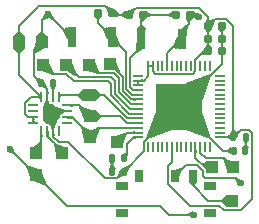
<source format=gtl>
%TF.GenerationSoftware,KiCad,Pcbnew,8.0.3*%
%TF.CreationDate,2025-02-28T01:09:01-06:00*%
%TF.ProjectId,HearingAid_Right,48656172-696e-4674-9169-645f52696768,rev?*%
%TF.SameCoordinates,Original*%
%TF.FileFunction,Copper,L1,Top*%
%TF.FilePolarity,Positive*%
%FSLAX46Y46*%
G04 Gerber Fmt 4.6, Leading zero omitted, Abs format (unit mm)*
G04 Created by KiCad (PCBNEW 8.0.3) date 2025-02-28 01:09:01*
%MOMM*%
%LPD*%
G01*
G04 APERTURE LIST*
G04 Aperture macros list*
%AMRoundRect*
0 Rectangle with rounded corners*
0 $1 Rounding radius*
0 $2 $3 $4 $5 $6 $7 $8 $9 X,Y pos of 4 corners*
0 Add a 4 corners polygon primitive as box body*
4,1,4,$2,$3,$4,$5,$6,$7,$8,$9,$2,$3,0*
0 Add four circle primitives for the rounded corners*
1,1,$1+$1,$2,$3*
1,1,$1+$1,$4,$5*
1,1,$1+$1,$6,$7*
1,1,$1+$1,$8,$9*
0 Add four rect primitives between the rounded corners*
20,1,$1+$1,$2,$3,$4,$5,0*
20,1,$1+$1,$4,$5,$6,$7,0*
20,1,$1+$1,$6,$7,$8,$9,0*
20,1,$1+$1,$8,$9,$2,$3,0*%
G04 Aperture macros list end*
%TA.AperFunction,SMDPad,CuDef*%
%ADD10RoundRect,0.147500X0.147500X0.172500X-0.147500X0.172500X-0.147500X-0.172500X0.147500X-0.172500X0*%
%TD*%
%TA.AperFunction,SMDPad,CuDef*%
%ADD11RoundRect,0.147500X-0.147500X-0.172500X0.147500X-0.172500X0.147500X0.172500X-0.147500X0.172500X0*%
%TD*%
%TA.AperFunction,SMDPad,CuDef*%
%ADD12RoundRect,0.155000X-0.212500X-0.155000X0.212500X-0.155000X0.212500X0.155000X-0.212500X0.155000X0*%
%TD*%
%TA.AperFunction,SMDPad,CuDef*%
%ADD13R,1.000000X1.000000*%
%TD*%
%TA.AperFunction,SMDPad,CuDef*%
%ADD14RoundRect,0.135000X-0.135000X-0.185000X0.135000X-0.185000X0.135000X0.185000X-0.135000X0.185000X0*%
%TD*%
%TA.AperFunction,SMDPad,CuDef*%
%ADD15RoundRect,0.135000X0.135000X0.185000X-0.135000X0.185000X-0.135000X-0.185000X0.135000X-0.185000X0*%
%TD*%
%TA.AperFunction,SMDPad,CuDef*%
%ADD16R,0.700000X1.100000*%
%TD*%
%TA.AperFunction,SMDPad,CuDef*%
%ADD17R,1.000000X0.800000*%
%TD*%
%TA.AperFunction,SMDPad,CuDef*%
%ADD18R,0.800000X1.700000*%
%TD*%
%TA.AperFunction,SMDPad,CuDef*%
%ADD19RoundRect,0.050000X-0.350000X-0.050000X0.350000X-0.050000X0.350000X0.050000X-0.350000X0.050000X0*%
%TD*%
%TA.AperFunction,SMDPad,CuDef*%
%ADD20RoundRect,0.050000X-0.050000X-0.350000X0.050000X-0.350000X0.050000X0.350000X-0.050000X0.350000X0*%
%TD*%
%TA.AperFunction,HeatsinkPad*%
%ADD21R,4.000000X4.000000*%
%TD*%
%TA.AperFunction,SMDPad,CuDef*%
%ADD22RoundRect,0.062500X-0.062500X0.350000X-0.062500X-0.350000X0.062500X-0.350000X0.062500X0.350000X0*%
%TD*%
%TA.AperFunction,SMDPad,CuDef*%
%ADD23RoundRect,0.062500X-0.350000X0.062500X-0.350000X-0.062500X0.350000X-0.062500X0.350000X0.062500X0*%
%TD*%
%TA.AperFunction,HeatsinkPad*%
%ADD24R,1.230000X1.230000*%
%TD*%
%TA.AperFunction,SMDPad,CuDef*%
%ADD25RoundRect,0.160000X-0.197500X-0.160000X0.197500X-0.160000X0.197500X0.160000X-0.197500X0.160000X0*%
%TD*%
%TA.AperFunction,SMDPad,CuDef*%
%ADD26RoundRect,0.160000X0.197500X0.160000X-0.197500X0.160000X-0.197500X-0.160000X0.197500X-0.160000X0*%
%TD*%
%TA.AperFunction,ViaPad*%
%ADD27C,0.600000*%
%TD*%
%TA.AperFunction,Conductor*%
%ADD28C,0.127000*%
%TD*%
%TA.AperFunction,Conductor*%
%ADD29C,0.200000*%
%TD*%
%TA.AperFunction,Conductor*%
%ADD30C,0.150000*%
%TD*%
G04 APERTURE END LIST*
D10*
%TO.P,D4,1,K*%
%TO.N,B-*%
X120770000Y-75530000D03*
%TO.P,D4,2,A*%
%TO.N,Net-(D4-A)*%
X119800000Y-75530000D03*
%TD*%
D11*
%TO.P,D3,1,K*%
%TO.N,B-*%
X130090000Y-73770000D03*
%TO.P,D3,2,A*%
%TO.N,Net-(D3-A)*%
X131060000Y-73770000D03*
%TD*%
D12*
%TO.P,C3,1*%
%TO.N,VDD_ESP*%
X127912500Y-64280000D03*
%TO.P,C3,2*%
%TO.N,B-*%
X129047500Y-64280000D03*
%TD*%
D13*
%TO.P,TP20,1,1*%
%TO.N,VDD_ESP*%
X111890000Y-64600000D03*
%TD*%
D14*
%TO.P,R11,1*%
%TO.N,VDD_ESP*%
X130060000Y-72620000D03*
%TO.P,R11,2*%
%TO.N,Net-(D3-A)*%
X131080000Y-72620000D03*
%TD*%
D12*
%TO.P,C5,1*%
%TO.N,RESET*%
X125222500Y-62250000D03*
%TO.P,C5,2*%
%TO.N,B-*%
X126357500Y-62250000D03*
%TD*%
D13*
%TO.P,TP4,1,1*%
%TO.N,SPK2_N*%
X115500000Y-74000000D03*
%TD*%
%TO.P,TP22,1,1*%
%TO.N,D-*%
X128280000Y-75180000D03*
%TD*%
D15*
%TO.P,R13,1*%
%TO.N,Net-(U5-GAIN_SLOT)*%
X114790000Y-68010000D03*
%TO.P,R13,2*%
%TO.N,B-*%
X113770000Y-68010000D03*
%TD*%
D16*
%TO.P,S1,1*%
%TO.N,unconnected-(S1-Pad1)*%
X122100000Y-75880000D03*
%TO.P,S1,2*%
%TO.N,B+*%
X125100000Y-75880000D03*
%TO.P,S1,3*%
%TO.N,Net-(Q1-D)*%
X126600000Y-75880000D03*
D17*
%TO.P,S1,Z1*%
%TO.N,N/C*%
X128100000Y-79080000D03*
%TO.P,S1,Z2*%
X120600000Y-79080000D03*
%TO.P,S1,Z3*%
X120600000Y-76780000D03*
%TO.P,S1,Z4*%
X128100000Y-76780000D03*
%TD*%
D13*
%TO.P,TP6,1,1*%
%TO.N,B-*%
X113820000Y-64600000D03*
%TD*%
D18*
%TO.P,RST,1,1*%
%TO.N,B-*%
X125670000Y-64300000D03*
%TO.P,RST,2,2*%
%TO.N,RESET*%
X122270000Y-64300000D03*
%TD*%
D19*
%TO.P,U8,1,LNA_IN*%
%TO.N,unconnected-(U8-LNA_IN-Pad1)*%
X121990000Y-67430000D03*
%TO.P,U8,2,VDD3P3*%
%TO.N,VDD_ESP*%
X121990000Y-67830000D03*
%TO.P,U8,3,VDD3P3*%
X121990000Y-68230000D03*
%TO.P,U8,4,CHIP_PU*%
%TO.N,RESET*%
X121990000Y-68630000D03*
%TO.P,U8,5,GPIO0*%
%TO.N,BOOT*%
X121990000Y-69030000D03*
%TO.P,U8,6,GPIO1*%
%TO.N,SPK_DATA1*%
X121990000Y-69430000D03*
%TO.P,U8,7,GPIO2*%
%TO.N,CLK1*%
X121990000Y-69830000D03*
%TO.P,U8,8,GPIO3*%
%TO.N,SEL1*%
X121990000Y-70230000D03*
%TO.P,U8,9,GPIO4*%
%TO.N,MIC_DATA1*%
X121990000Y-70630000D03*
%TO.P,U8,10,GPIO5*%
%TO.N,SPK2_DATA*%
X121990000Y-71030000D03*
%TO.P,U8,11,GPIO6*%
%TO.N,CLK2*%
X121990000Y-71430000D03*
%TO.P,U8,12,GPIO7*%
%TO.N,SEL2*%
X121990000Y-71830000D03*
%TO.P,U8,13,GPIO8*%
%TO.N,MIC_DATA2*%
X121990000Y-72230000D03*
%TO.P,U8,14,GPIO9*%
%TO.N,Net-(U8-GPIO9)*%
X121990000Y-72630000D03*
D20*
%TO.P,U8,15,GPIO10*%
%TO.N,unconnected-(U8-GPIO10-Pad15)*%
X122840000Y-73480000D03*
%TO.P,U8,16,GPIO11*%
%TO.N,unconnected-(U8-GPIO11-Pad16)*%
X123240000Y-73480000D03*
%TO.P,U8,17,GPIO12*%
%TO.N,unconnected-(U8-GPIO12-Pad17)*%
X123640000Y-73480000D03*
%TO.P,U8,18,GPIO13*%
%TO.N,unconnected-(U8-GPIO13-Pad18)*%
X124040000Y-73480000D03*
%TO.P,U8,19,GPIO14*%
%TO.N,unconnected-(U8-GPIO14-Pad19)*%
X124440000Y-73480000D03*
%TO.P,U8,20,VDD3P3_RTC*%
%TO.N,VDD_ESP*%
X124840000Y-73480000D03*
%TO.P,U8,21,XTAL_32K_P*%
%TO.N,unconnected-(U8-XTAL_32K_P-Pad21)*%
X125240000Y-73480000D03*
%TO.P,U8,22,XTAL_32K_N*%
%TO.N,unconnected-(U8-XTAL_32K_N-Pad22)*%
X125640000Y-73480000D03*
%TO.P,U8,23,GPIO17*%
%TO.N,unconnected-(U8-GPIO17-Pad23)*%
X126040000Y-73480000D03*
%TO.P,U8,24,GPIO18*%
%TO.N,unconnected-(U8-GPIO18-Pad24)*%
X126440000Y-73480000D03*
%TO.P,U8,25,GPIO19/USB_D-*%
%TO.N,D-*%
X126840000Y-73480000D03*
%TO.P,U8,26,GPIO20/USB_D+*%
%TO.N,D+*%
X127240000Y-73480000D03*
%TO.P,U8,27,GPIO21*%
%TO.N,unconnected-(U8-GPIO21-Pad27)*%
X127640000Y-73480000D03*
%TO.P,U8,28,SPICS1*%
%TO.N,unconnected-(U8-SPICS1-Pad28)*%
X128040000Y-73480000D03*
D19*
%TO.P,U8,29,VDD_SPI*%
%TO.N,VDD_ESP*%
X128890000Y-72630000D03*
%TO.P,U8,30,SPIHD*%
%TO.N,unconnected-(U8-SPIHD-Pad30)*%
X128890000Y-72230000D03*
%TO.P,U8,31,SPIWP*%
%TO.N,unconnected-(U8-SPIWP-Pad31)*%
X128890000Y-71830000D03*
%TO.P,U8,32,SPICS0*%
%TO.N,unconnected-(U8-SPICS0-Pad32)*%
X128890000Y-71430000D03*
%TO.P,U8,33,SPICLK*%
%TO.N,unconnected-(U8-SPICLK-Pad33)*%
X128890000Y-71030000D03*
%TO.P,U8,34,SPIQ*%
%TO.N,unconnected-(U8-SPIQ-Pad34)*%
X128890000Y-70630000D03*
%TO.P,U8,35,SPID*%
%TO.N,unconnected-(U8-SPID-Pad35)*%
X128890000Y-70230000D03*
%TO.P,U8,36,SPICLK_N*%
%TO.N,unconnected-(U8-SPICLK_N-Pad36)*%
X128890000Y-69830000D03*
%TO.P,U8,37,SPICLK_P*%
%TO.N,unconnected-(U8-SPICLK_P-Pad37)*%
X128890000Y-69430000D03*
%TO.P,U8,38,GPIO33*%
%TO.N,unconnected-(U8-GPIO33-Pad38)*%
X128890000Y-69030000D03*
%TO.P,U8,39,GPIO34*%
%TO.N,unconnected-(U8-GPIO34-Pad39)*%
X128890000Y-68630000D03*
%TO.P,U8,40,GPIO35*%
%TO.N,unconnected-(U8-GPIO35-Pad40)*%
X128890000Y-68230000D03*
%TO.P,U8,41,GPIO36*%
%TO.N,unconnected-(U8-GPIO36-Pad41)*%
X128890000Y-67830000D03*
%TO.P,U8,42,GPIO37*%
%TO.N,unconnected-(U8-GPIO37-Pad42)*%
X128890000Y-67430000D03*
D20*
%TO.P,U8,43,GPIO38*%
%TO.N,unconnected-(U8-GPIO38-Pad43)*%
X128040000Y-66580000D03*
%TO.P,U8,44,MTCK*%
%TO.N,unconnected-(U8-MTCK-Pad44)*%
X127640000Y-66580000D03*
%TO.P,U8,45,MTDO*%
%TO.N,unconnected-(U8-MTDO-Pad45)*%
X127240000Y-66580000D03*
%TO.P,U8,46,VDD3P3_CPU*%
%TO.N,VDD_ESP*%
X126840000Y-66580000D03*
%TO.P,U8,47,MTDI*%
%TO.N,unconnected-(U8-MTDI-Pad47)*%
X126440000Y-66580000D03*
%TO.P,U8,48,MTMS*%
%TO.N,unconnected-(U8-MTMS-Pad48)*%
X126040000Y-66580000D03*
%TO.P,U8,49,U0TXD*%
%TO.N,unconnected-(U8-U0TXD-Pad49)*%
X125640000Y-66580000D03*
%TO.P,U8,50,U0RXD*%
%TO.N,unconnected-(U8-U0RXD-Pad50)*%
X125240000Y-66580000D03*
%TO.P,U8,51,GPIO45*%
%TO.N,unconnected-(U8-GPIO45-Pad51)*%
X124840000Y-66580000D03*
%TO.P,U8,52,GPIO46*%
%TO.N,B-*%
X124440000Y-66580000D03*
%TO.P,U8,53,XTAL_N*%
%TO.N,unconnected-(U8-XTAL_N-Pad53)*%
X124040000Y-66580000D03*
%TO.P,U8,54,XTAL_P*%
%TO.N,unconnected-(U8-XTAL_P-Pad54)*%
X123640000Y-66580000D03*
%TO.P,U8,55,VDDA*%
%TO.N,VDD_ESP*%
X123240000Y-66580000D03*
%TO.P,U8,56,VDDA*%
X122840000Y-66580000D03*
D21*
%TO.P,U8,57,GND*%
%TO.N,B-*%
X125440000Y-70030000D03*
%TD*%
D13*
%TO.P,TP13,1,1*%
%TO.N,MIC_DATA2*%
X120200000Y-73040000D03*
%TD*%
D22*
%TO.P,U5,1,DIN*%
%TO.N,SPK2_DATA*%
X115282500Y-69242500D03*
%TO.P,U5,2,GAIN_SLOT*%
%TO.N,Net-(U5-GAIN_SLOT)*%
X114782500Y-69242500D03*
%TO.P,U5,3,GND*%
%TO.N,B-*%
X114282500Y-69242500D03*
%TO.P,U5,4,~{SD_MODE}*%
%TO.N,VDD_ESP*%
X113782500Y-69242500D03*
D23*
%TO.P,U5,5,NC*%
%TO.N,unconnected-(U5-NC-Pad5)*%
X113095000Y-69930000D03*
%TO.P,U5,6,NC*%
%TO.N,unconnected-(U5-NC-Pad6)*%
X113095000Y-70430000D03*
%TO.P,U5,7,VDD*%
%TO.N,VDD_ESP*%
X113095000Y-70930000D03*
%TO.P,U5,8,VDD*%
X113095000Y-71430000D03*
D22*
%TO.P,U5,9,OUTP*%
%TO.N,SPK2_P*%
X113782500Y-72117500D03*
%TO.P,U5,10,OUTN*%
%TO.N,SPK2_N*%
X114282500Y-72117500D03*
%TO.P,U5,11,GND*%
%TO.N,B-*%
X114782500Y-72117500D03*
%TO.P,U5,12,NC*%
%TO.N,unconnected-(U5-NC-Pad12)*%
X115282500Y-72117500D03*
D23*
%TO.P,U5,13,NC*%
%TO.N,unconnected-(U5-NC-Pad13)*%
X115970000Y-71430000D03*
%TO.P,U5,14,LRCLK*%
%TO.N,SEL2*%
X115970000Y-70930000D03*
%TO.P,U5,15,GND*%
%TO.N,B-*%
X115970000Y-70430000D03*
%TO.P,U5,16,BCLK*%
%TO.N,CLK2*%
X115970000Y-69930000D03*
D24*
%TO.P,U5,17,PAD*%
%TO.N,B-*%
X114532500Y-70680000D03*
%TD*%
D13*
%TO.P,TP17,1,1*%
%TO.N,SPK_DATA1*%
X119640000Y-66460000D03*
%TD*%
D12*
%TO.P,C8,1*%
%TO.N,VDD_ESP*%
X127925000Y-65350000D03*
%TO.P,C8,2*%
%TO.N,B-*%
X129060000Y-65350000D03*
%TD*%
D14*
%TO.P,R12,1*%
%TO.N,Net-(D4-A)*%
X119770000Y-74410000D03*
%TO.P,R12,2*%
%TO.N,Net-(U8-GPIO9)*%
X120790000Y-74410000D03*
%TD*%
D12*
%TO.P,C4,1*%
%TO.N,VDD_ESP*%
X127915000Y-63200000D03*
%TO.P,C4,2*%
%TO.N,B-*%
X129050000Y-63200000D03*
%TD*%
D13*
%TO.P,TP16,1,1*%
%TO.N,CLK1*%
X117820000Y-66500000D03*
%TD*%
D25*
%TO.P,R14,1*%
%TO.N,VDD_ESP*%
X121172500Y-62260000D03*
%TO.P,R14,2*%
%TO.N,RESET*%
X122367500Y-62260000D03*
%TD*%
D18*
%TO.P,BOOT,1,1*%
%TO.N,B-*%
X116350000Y-64130000D03*
%TO.P,BOOT,2,2*%
%TO.N,BOOT*%
X119750000Y-64130000D03*
%TD*%
D13*
%TO.P,TP24,1,1*%
%TO.N,B+*%
X113360000Y-75840000D03*
%TD*%
%TO.P,TP18,1,1*%
%TO.N,MIC_DATA1*%
X113940000Y-66530000D03*
%TD*%
%TO.P,TP3,1,1*%
%TO.N,SPK2_P*%
X113375000Y-73995000D03*
%TD*%
%TO.P,TP8,1,1*%
%TO.N,CLK2*%
X117870000Y-70850000D03*
%TD*%
%TO.P,TP15,1,1*%
%TO.N,SEL1*%
X115910000Y-66510000D03*
%TD*%
%TO.P,TP7,1,1*%
%TO.N,SEL2*%
X117880000Y-72570000D03*
%TD*%
D26*
%TO.P,R15,1*%
%TO.N,VDD_ESP*%
X119790000Y-62110000D03*
%TO.P,R15,2*%
%TO.N,BOOT*%
X118595000Y-62110000D03*
%TD*%
D13*
%TO.P,TP9,1,1*%
%TO.N,SPK2_DATA*%
X117860000Y-69030000D03*
%TD*%
%TO.P,TP21,1,1*%
%TO.N,Net-(Q1-D)*%
X129960000Y-77990000D03*
%TD*%
%TO.P,TP23,1,1*%
%TO.N,D+*%
X130020000Y-75190000D03*
%TD*%
D27*
%TO.N,B-*%
X127113413Y-62426587D03*
X114350000Y-62213500D03*
%TO.N,B+*%
X130670000Y-76540000D03*
X111115000Y-73595000D03*
X126720001Y-79186119D03*
%TD*%
D28*
%TO.N,BOOT*%
X120999500Y-68546690D02*
X120999500Y-65379500D01*
X120999500Y-65379500D02*
X119750000Y-64130000D01*
X121482810Y-69030000D02*
X120999500Y-68546690D01*
X121990000Y-69030000D02*
X121482810Y-69030000D01*
D29*
%TO.N,B-*%
X116266500Y-64130000D02*
X114350000Y-62213500D01*
X116350000Y-64130000D02*
X116266500Y-64130000D01*
%TO.N,BOOT*%
X118595000Y-62110000D02*
X118595000Y-62975000D01*
X118595000Y-62975000D02*
X119750000Y-64130000D01*
D30*
%TO.N,VDD_ESP*%
X126840000Y-67041006D02*
X126840000Y-66580000D01*
X126626006Y-67255000D02*
X126840000Y-67041006D01*
X123453994Y-67255000D02*
X126626006Y-67255000D01*
X123240000Y-66580000D02*
X123240000Y-67041006D01*
X123240000Y-67041006D02*
X123453994Y-67255000D01*
D29*
%TO.N,B-*%
X126936826Y-62250000D02*
X127113413Y-62426587D01*
X126357500Y-62250000D02*
X126936826Y-62250000D01*
X125670000Y-63640000D02*
X125670000Y-64300000D01*
X126260000Y-62347500D02*
X126260000Y-63050000D01*
X126357500Y-62250000D02*
X126260000Y-62347500D01*
X126260000Y-63050000D02*
X125670000Y-63640000D01*
D28*
X120770000Y-75530000D02*
X122471242Y-73828758D01*
X115244949Y-73030000D02*
X114782500Y-72567551D01*
X114282500Y-69242500D02*
X114282500Y-68522500D01*
X113176500Y-65243500D02*
X113820000Y-64600000D01*
X114782500Y-70930000D02*
X114782500Y-72117500D01*
X114282500Y-68522500D02*
X113770000Y-68010000D01*
D29*
X124440000Y-65530000D02*
X124440000Y-66580000D01*
D28*
X129050000Y-66414742D02*
X129050000Y-63200000D01*
X115970000Y-70430000D02*
X114782500Y-70430000D01*
X122471242Y-73828758D02*
X122471242Y-72998758D01*
X114532500Y-70680000D02*
X114282500Y-70430000D01*
X125440000Y-70030000D02*
X125440000Y-70024742D01*
X114350000Y-62213500D02*
X113820000Y-62743500D01*
X120770000Y-75530000D02*
X120183500Y-76116500D01*
X113176500Y-67416500D02*
X113176500Y-65243500D01*
D29*
X124440000Y-69030000D02*
X125440000Y-70030000D01*
D28*
X119143500Y-76116500D02*
X116057000Y-73030000D01*
X125440000Y-70030000D02*
X129180000Y-73770000D01*
X125440000Y-70024742D02*
X129050000Y-66414742D01*
X114782500Y-70430000D02*
X114532500Y-70680000D01*
X120183500Y-76116500D02*
X119143500Y-76116500D01*
X114782500Y-72567551D02*
X114782500Y-72117500D01*
D29*
X125670000Y-64300000D02*
X124440000Y-65530000D01*
D28*
X114532500Y-70680000D02*
X114782500Y-70930000D01*
X114282500Y-70430000D02*
X114282500Y-69242500D01*
X113820000Y-62743500D02*
X113820000Y-64600000D01*
X113770000Y-68010000D02*
X113176500Y-67416500D01*
X116057000Y-73030000D02*
X115244949Y-73030000D01*
X129180000Y-73770000D02*
X130090000Y-73770000D01*
X122471242Y-72998758D02*
X125440000Y-70030000D01*
%TO.N,B+*%
X127683000Y-76110000D02*
X130240000Y-76110000D01*
X111115000Y-73595000D02*
X113360000Y-75840000D01*
X125100000Y-75880000D02*
X126040276Y-74939724D01*
X115936500Y-78416500D02*
X123866500Y-78416500D01*
X127516500Y-75505948D02*
X127516500Y-75943500D01*
X126040276Y-74939724D02*
X126950276Y-74939724D01*
X130240000Y-76110000D02*
X130670000Y-76540000D01*
X113360000Y-75840000D02*
X115936500Y-78416500D01*
X124636119Y-79186119D02*
X126720001Y-79186119D01*
X126950276Y-74939724D02*
X127516500Y-75505948D01*
X127516500Y-75943500D02*
X127683000Y-76110000D01*
X123866500Y-78416500D02*
X124636119Y-79186119D01*
%TO.N,VDD_ESP*%
X124486500Y-75066500D02*
X124486500Y-76556500D01*
D29*
X126840000Y-66580000D02*
X126840000Y-66083640D01*
D28*
X124840000Y-74713000D02*
X124486500Y-75066500D01*
D29*
X127915000Y-63200000D02*
X127915000Y-65340000D01*
D30*
X121990000Y-67830000D02*
X122451006Y-67830000D01*
X119940000Y-62260000D02*
X119790000Y-62110000D01*
D28*
X111890000Y-63170000D02*
X111890000Y-64600000D01*
D30*
X121772500Y-61660000D02*
X121172500Y-62260000D01*
D28*
X113095000Y-70930000D02*
X113095000Y-71430000D01*
X130667000Y-78810000D02*
X131650000Y-77827000D01*
X112682501Y-70930000D02*
X112419000Y-70666499D01*
X131650000Y-72302694D02*
X131357306Y-72010000D01*
D29*
X127915000Y-65340000D02*
X127925000Y-65350000D01*
D30*
X113545000Y-61515000D02*
X113410000Y-61650000D01*
D29*
X130060000Y-63194738D02*
X129455262Y-62590000D01*
D28*
X130060000Y-72620000D02*
X128900000Y-72620000D01*
X129253000Y-78810000D02*
X130667000Y-78810000D01*
D29*
X128525000Y-62590000D02*
X127915000Y-63200000D01*
D28*
X126340000Y-78410000D02*
X128853000Y-78410000D01*
D30*
X127915000Y-62415000D02*
X127160000Y-61660000D01*
D28*
X128853000Y-78410000D02*
X129253000Y-78810000D01*
D30*
X122451006Y-67830000D02*
X122840000Y-67441006D01*
X121172500Y-62260000D02*
X119940000Y-62260000D01*
D28*
X124840000Y-73480000D02*
X124840000Y-74713000D01*
X124486500Y-76556500D02*
X126340000Y-78410000D01*
X111890000Y-67350000D02*
X113782500Y-69242500D01*
X130670000Y-72010000D02*
X130060000Y-72620000D01*
X112419000Y-70666499D02*
X112419000Y-69730734D01*
X128900000Y-72620000D02*
X128890000Y-72630000D01*
D29*
X126840000Y-66083640D02*
X127573640Y-65350000D01*
D28*
X112419000Y-69730734D02*
X112907234Y-69242500D01*
X113095000Y-70930000D02*
X112682501Y-70930000D01*
D29*
X129455262Y-62590000D02*
X128525000Y-62590000D01*
X127573640Y-65350000D02*
X127925000Y-65350000D01*
D30*
X127160000Y-61660000D02*
X121772500Y-61660000D01*
X121990000Y-67830000D02*
X121990000Y-68230000D01*
X119790000Y-62110000D02*
X119195000Y-61515000D01*
D29*
X130060000Y-72620000D02*
X130060000Y-63194738D01*
D30*
X119195000Y-61515000D02*
X113545000Y-61515000D01*
D28*
X131357306Y-72010000D02*
X130670000Y-72010000D01*
D30*
X123240000Y-66580000D02*
X122840000Y-66580000D01*
X122840000Y-67441006D02*
X122840000Y-66580000D01*
D28*
X131650000Y-77827000D02*
X131650000Y-72302694D01*
X111890000Y-64600000D02*
X111890000Y-67350000D01*
D30*
X127915000Y-63200000D02*
X127915000Y-62415000D01*
D28*
X112907234Y-69242500D02*
X113782500Y-69242500D01*
X113410000Y-61650000D02*
X111890000Y-63170000D01*
D30*
X127890000Y-63175000D02*
X127915000Y-63200000D01*
D28*
%TO.N,D-*%
X126840000Y-74367000D02*
X126840000Y-73480000D01*
X127653000Y-75180000D02*
X126840000Y-74367000D01*
X128280000Y-75180000D02*
X127653000Y-75180000D01*
%TO.N,D+*%
X129240000Y-74410000D02*
X130020000Y-75190000D01*
X127240000Y-73480000D02*
X127240000Y-73924742D01*
X127240000Y-73924742D02*
X127725258Y-74410000D01*
X127725258Y-74410000D02*
X129240000Y-74410000D01*
%TO.N,CLK1*%
X120345500Y-67635500D02*
X120345500Y-68817586D01*
X118543500Y-67223500D02*
X119933500Y-67223500D01*
X121357914Y-69830000D02*
X121990000Y-69830000D01*
X120345500Y-68817586D02*
X121357914Y-69830000D01*
X117820000Y-66500000D02*
X118543500Y-67223500D01*
X119933500Y-67223500D02*
X120345500Y-67635500D01*
%TO.N,SEL1*%
X120018500Y-68953034D02*
X121295466Y-70230000D01*
X115910000Y-66510000D02*
X116950500Y-67550500D01*
X120018500Y-67848500D02*
X120018500Y-68953034D01*
X119720500Y-67550500D02*
X120018500Y-67848500D01*
X116950500Y-67550500D02*
X119720500Y-67550500D01*
X121295466Y-70230000D02*
X121990000Y-70230000D01*
%TO.N,MIC_DATA1*%
X113940000Y-66530000D02*
X114683500Y-67273500D01*
X114683500Y-67273500D02*
X115913500Y-67273500D01*
X116517500Y-67877500D02*
X119467500Y-67877500D01*
X121233018Y-70630000D02*
X121990000Y-70630000D01*
X119467500Y-67877500D02*
X119691500Y-68101500D01*
X119691500Y-68101500D02*
X119691500Y-69088482D01*
X115913500Y-67273500D02*
X116517500Y-67877500D01*
X119691500Y-69088482D02*
X121233018Y-70630000D01*
%TO.N,Net-(Q1-D)*%
X126600000Y-75880000D02*
X126600000Y-76707000D01*
X127883000Y-77990000D02*
X129960000Y-77990000D01*
X126600000Y-76707000D02*
X127883000Y-77990000D01*
%TO.N,SPK_DATA1*%
X120672500Y-68682138D02*
X121420362Y-69430000D01*
X119640000Y-66460000D02*
X120672500Y-67492500D01*
X120672500Y-67492500D02*
X120672500Y-68682138D01*
X121420362Y-69430000D02*
X121990000Y-69430000D01*
%TO.N,Net-(D3-A)*%
X131080000Y-73750000D02*
X131060000Y-73770000D01*
X131080000Y-72620000D02*
X131080000Y-73750000D01*
%TO.N,Net-(D4-A)*%
X119770000Y-75500000D02*
X119800000Y-75530000D01*
X119770000Y-74410000D02*
X119770000Y-75500000D01*
%TO.N,SEL2*%
X117880000Y-72427501D02*
X117880000Y-72570000D01*
X115970000Y-70930000D02*
X116382499Y-70930000D01*
X116382499Y-70930000D02*
X117880000Y-72427501D01*
X118620000Y-71830000D02*
X121990000Y-71830000D01*
X117880000Y-72570000D02*
X118620000Y-71830000D01*
%TO.N,MIC_DATA2*%
X121010000Y-72230000D02*
X121990000Y-72230000D01*
X120200000Y-73040000D02*
X121010000Y-72230000D01*
%TO.N,CLK2*%
X121017552Y-71430000D02*
X120437552Y-70850000D01*
X116950000Y-69930000D02*
X117870000Y-70850000D01*
X120437552Y-70850000D02*
X117870000Y-70850000D01*
X121990000Y-71430000D02*
X121017552Y-71430000D01*
X115970000Y-69930000D02*
X116950000Y-69930000D01*
%TO.N,Net-(U8-GPIO9)*%
X121990000Y-72630000D02*
X121600000Y-72630000D01*
X121070000Y-73160000D02*
X121070000Y-74130000D01*
X121070000Y-74130000D02*
X120790000Y-74410000D01*
X121600000Y-72630000D02*
X121070000Y-73160000D01*
%TO.N,Net-(U5-GAIN_SLOT)*%
X114790000Y-69235000D02*
X114782500Y-69242500D01*
X114790000Y-68010000D02*
X114790000Y-69235000D01*
%TO.N,SPK2_P*%
X113782500Y-73587500D02*
X113375000Y-73995000D01*
X113782500Y-72117500D02*
X113782500Y-73587500D01*
%TO.N,SPK2_N*%
X114282500Y-72117500D02*
X114282500Y-72529999D01*
X115500000Y-73747499D02*
X115500000Y-74000000D01*
X114282500Y-72529999D02*
X115500000Y-73747499D01*
%TO.N,RESET*%
X121545258Y-68630000D02*
X121990000Y-68630000D01*
X125212500Y-62260000D02*
X125222500Y-62250000D01*
X122270000Y-64300000D02*
X122270000Y-62357500D01*
X121326500Y-68411242D02*
X121545258Y-68630000D01*
X121326500Y-65926500D02*
X121326500Y-68411242D01*
X121326500Y-65926500D02*
X122270000Y-64983000D01*
X122367500Y-62260000D02*
X125212500Y-62260000D01*
X122270000Y-62357500D02*
X122367500Y-62260000D01*
X122270000Y-64983000D02*
X122270000Y-64300000D01*
D29*
X122210000Y-64260000D02*
X122210000Y-64205000D01*
D28*
%TO.N,SPK2_DATA*%
X115495000Y-69030000D02*
X117860000Y-69030000D01*
X117860000Y-69030000D02*
X119080000Y-69030000D01*
X115282500Y-69242500D02*
X115495000Y-69030000D01*
X119080000Y-69030000D02*
X121080000Y-71030000D01*
X121080000Y-71030000D02*
X121990000Y-71030000D01*
%TD*%
%TA.AperFunction,Conductor*%
%TO.N,BOOT*%
G36*
X120148099Y-63968802D02*
G01*
X120154418Y-63975148D01*
X120154433Y-63975184D01*
X120474808Y-64760745D01*
X120474759Y-64769699D01*
X120472247Y-64773436D01*
X120389237Y-64856446D01*
X120386311Y-64858580D01*
X120160771Y-64974465D01*
X120151846Y-64975198D01*
X120145017Y-64969405D01*
X120144839Y-64969044D01*
X120092807Y-64858580D01*
X119754531Y-64140415D01*
X119754107Y-64131471D01*
X119760131Y-64124845D01*
X119760636Y-64124622D01*
X120139145Y-63968783D01*
X120148099Y-63968802D01*
G37*
%TD.AperFunction*%
%TD*%
%TA.AperFunction,Conductor*%
%TO.N,BOOT*%
G36*
X121623747Y-68934554D02*
G01*
X121888988Y-69003488D01*
X121947427Y-69018676D01*
X121954572Y-69024074D01*
X121955808Y-69032943D01*
X121950410Y-69040088D01*
X121947427Y-69041324D01*
X121623751Y-69125444D01*
X121617972Y-69125471D01*
X121498864Y-69095714D01*
X121491668Y-69090384D01*
X121490000Y-69084363D01*
X121490000Y-68975636D01*
X121493427Y-68967363D01*
X121498862Y-68964285D01*
X121617975Y-68934528D01*
X121623747Y-68934554D01*
G37*
%TD.AperFunction*%
%TD*%
%TA.AperFunction,Conductor*%
%TO.N,B-*%
G36*
X115954844Y-63291232D02*
G01*
X115956507Y-63293815D01*
X116345635Y-64119940D01*
X116346060Y-64128885D01*
X116340036Y-64135511D01*
X116339855Y-64135594D01*
X115960260Y-64306584D01*
X115951310Y-64306857D01*
X115944982Y-64301132D01*
X115862490Y-64135511D01*
X115600200Y-63608903D01*
X115599579Y-63599970D01*
X115602398Y-63595416D01*
X115737538Y-63460276D01*
X115738217Y-63459650D01*
X115938354Y-63289878D01*
X115946879Y-63287140D01*
X115954844Y-63291232D01*
G37*
%TD.AperFunction*%
%TD*%
%TA.AperFunction,Conductor*%
%TO.N,B-*%
G36*
X114625779Y-62102967D02*
G01*
X114631877Y-62108829D01*
X114841523Y-62559632D01*
X114841904Y-62568579D01*
X114839187Y-62572839D01*
X114709339Y-62702687D01*
X114701066Y-62706114D01*
X114696132Y-62705023D01*
X114402736Y-62568579D01*
X114245328Y-62495376D01*
X114239273Y-62488781D01*
X114239439Y-62480325D01*
X114347436Y-62217314D01*
X114353746Y-62210964D01*
X114616825Y-62102940D01*
X114625779Y-62102967D01*
G37*
%TD.AperFunction*%
%TD*%
%TA.AperFunction,Conductor*%
%TO.N,BOOT*%
G36*
X118602379Y-62114998D02*
G01*
X118907259Y-62362831D01*
X118911517Y-62370709D01*
X118910010Y-62377762D01*
X118698378Y-62744152D01*
X118691273Y-62749602D01*
X118688247Y-62750000D01*
X118501753Y-62750000D01*
X118493480Y-62746573D01*
X118491622Y-62744152D01*
X118279989Y-62377762D01*
X118278818Y-62368884D01*
X118282738Y-62362833D01*
X118587620Y-62114998D01*
X118596201Y-62112440D01*
X118602379Y-62114998D01*
G37*
%TD.AperFunction*%
%TD*%
%TA.AperFunction,Conductor*%
%TO.N,BOOT*%
G36*
X119354918Y-63290442D02*
G01*
X119745467Y-64119583D01*
X119745892Y-64128528D01*
X119739868Y-64135154D01*
X119739336Y-64135388D01*
X119360434Y-64291389D01*
X119351480Y-64291370D01*
X119345329Y-64285411D01*
X118999800Y-63525246D01*
X118999497Y-63516300D01*
X119002177Y-63512137D01*
X119136370Y-63377944D01*
X119139795Y-63375570D01*
X119339493Y-63284776D01*
X119348440Y-63284473D01*
X119354918Y-63290442D01*
G37*
%TD.AperFunction*%
%TD*%
%TA.AperFunction,Conductor*%
%TO.N,VDD_ESP*%
G36*
X126849234Y-66625550D02*
G01*
X126850610Y-66629178D01*
X126917667Y-66966954D01*
X126917239Y-66973084D01*
X126871597Y-67104006D01*
X126865638Y-67110689D01*
X126856697Y-67111202D01*
X126852276Y-67108427D01*
X126761750Y-67017901D01*
X126758633Y-67012303D01*
X126744470Y-66951962D01*
X126744542Y-66946324D01*
X126827817Y-66628489D01*
X126833228Y-66621356D01*
X126842099Y-66620138D01*
X126849234Y-66625550D01*
G37*
%TD.AperFunction*%
%TD*%
%TA.AperFunction,Conductor*%
%TO.N,VDD_ESP*%
G36*
X123250591Y-66624952D02*
G01*
X123252183Y-66628491D01*
X123335457Y-66946324D01*
X123335529Y-66951963D01*
X123321366Y-67012302D01*
X123318249Y-67017901D01*
X123227723Y-67108427D01*
X123219450Y-67111854D01*
X123211177Y-67108427D01*
X123208403Y-67104008D01*
X123162759Y-66973080D01*
X123162332Y-66966958D01*
X123229389Y-66629176D01*
X123234361Y-66621730D01*
X123243143Y-66619980D01*
X123250591Y-66624952D01*
G37*
%TD.AperFunction*%
%TD*%
%TA.AperFunction,Conductor*%
%TO.N,B-*%
G36*
X126664000Y-61974934D02*
G01*
X127065029Y-62240802D01*
X127070031Y-62248230D01*
X127068316Y-62257019D01*
X127066837Y-62258827D01*
X126936824Y-62388840D01*
X126933918Y-62390964D01*
X126637285Y-62544086D01*
X126628361Y-62544835D01*
X126623272Y-62541572D01*
X126364584Y-62257839D01*
X126361543Y-62249417D01*
X126365248Y-62241403D01*
X126649554Y-61976130D01*
X126657940Y-61972993D01*
X126664000Y-61974934D01*
G37*
%TD.AperFunction*%
%TD*%
%TA.AperFunction,Conductor*%
%TO.N,B-*%
G36*
X127109657Y-62130181D02*
G01*
X127113442Y-62138296D01*
X127113453Y-62138768D01*
X127114396Y-62421701D01*
X127110997Y-62429986D01*
X127110950Y-62430033D01*
X126909094Y-62630942D01*
X126900812Y-62634349D01*
X126893053Y-62631381D01*
X126581444Y-62353489D01*
X126577550Y-62345425D01*
X126577531Y-62344757D01*
X126577531Y-62161200D01*
X126580958Y-62152927D01*
X126588719Y-62149511D01*
X127101243Y-62127118D01*
X127109657Y-62130181D01*
G37*
%TD.AperFunction*%
%TD*%
%TA.AperFunction,Conductor*%
%TO.N,B-*%
G36*
X126364158Y-62256496D02*
G01*
X126565338Y-62483000D01*
X126617514Y-62541743D01*
X126620446Y-62550205D01*
X126617798Y-62556951D01*
X126363510Y-62865738D01*
X126355605Y-62869946D01*
X126354478Y-62870000D01*
X126168047Y-62870000D01*
X126159774Y-62866573D01*
X126157121Y-62862485D01*
X126011753Y-62482998D01*
X126011994Y-62474049D01*
X126016338Y-62468983D01*
X126349073Y-62254433D01*
X126357881Y-62252831D01*
X126364158Y-62256496D01*
G37*
%TD.AperFunction*%
%TD*%
%TA.AperFunction,Conductor*%
%TO.N,B-*%
G36*
X126079238Y-63103553D02*
G01*
X126209502Y-63233817D01*
X126212929Y-63242090D01*
X126212838Y-63243550D01*
X126071563Y-64366777D01*
X126067130Y-64374558D01*
X126058494Y-64376926D01*
X126057705Y-64376799D01*
X125677893Y-64302391D01*
X125670433Y-64297437D01*
X125668491Y-64291981D01*
X125591785Y-63456581D01*
X125594441Y-63448030D01*
X125596503Y-63446087D01*
X126064035Y-63102398D01*
X126072731Y-63100260D01*
X126079238Y-63103553D01*
G37*
%TD.AperFunction*%
%TD*%
%TA.AperFunction,Conductor*%
%TO.N,B-*%
G36*
X121197408Y-75017638D02*
G01*
X121200827Y-75020011D01*
X121279842Y-75099026D01*
X121283269Y-75107299D01*
X121282424Y-75111665D01*
X121069398Y-75641257D01*
X121063131Y-75647654D01*
X121054177Y-75647746D01*
X121054097Y-75647713D01*
X120774446Y-75532824D01*
X120768096Y-75526511D01*
X120767688Y-75525373D01*
X120675964Y-75220494D01*
X120676862Y-75211584D01*
X120683070Y-75206164D01*
X121188460Y-75017324D01*
X121197408Y-75017638D01*
G37*
%TD.AperFunction*%
%TD*%
%TA.AperFunction,Conductor*%
%TO.N,B-*%
G36*
X114345947Y-68708427D02*
G01*
X114348728Y-68712866D01*
X114401462Y-68864893D01*
X114401549Y-68872300D01*
X114293641Y-69208762D01*
X114287851Y-69215593D01*
X114278927Y-69216330D01*
X114272096Y-69210540D01*
X114271359Y-69208762D01*
X114163450Y-68872300D01*
X114163536Y-68864894D01*
X114216272Y-68712866D01*
X114222221Y-68706172D01*
X114227326Y-68705000D01*
X114337674Y-68705000D01*
X114345947Y-68708427D01*
G37*
%TD.AperFunction*%
%TD*%
%TA.AperFunction,Conductor*%
%TO.N,B-*%
G36*
X113332509Y-64448328D02*
G01*
X113815357Y-64597565D01*
X113822248Y-64603281D01*
X113822259Y-64603300D01*
X114077759Y-65089618D01*
X114078573Y-65098536D01*
X114072843Y-65105418D01*
X114072819Y-65105430D01*
X113379610Y-65467617D01*
X113246560Y-65537134D01*
X113242546Y-65539231D01*
X113237128Y-65540561D01*
X113127117Y-65540561D01*
X113118844Y-65537134D01*
X113115417Y-65528861D01*
X113115620Y-65526690D01*
X113317568Y-64457338D01*
X113322471Y-64449844D01*
X113331236Y-64448012D01*
X113332509Y-64448328D01*
G37*
%TD.AperFunction*%
%TD*%
%TA.AperFunction,Conductor*%
%TO.N,B-*%
G36*
X114540770Y-70687370D02*
G01*
X114541655Y-70688170D01*
X115141596Y-71289087D01*
X115145016Y-71297363D01*
X115143821Y-71302503D01*
X114849211Y-71903450D01*
X114842493Y-71909370D01*
X114838706Y-71910000D01*
X114723462Y-71910000D01*
X114715671Y-71907028D01*
X114611908Y-71814402D01*
X114608018Y-71806336D01*
X114607999Y-71805674D01*
X114607999Y-71741599D01*
X114592740Y-71664883D01*
X114592739Y-71664882D01*
X114534612Y-71577888D01*
X114534611Y-71577887D01*
X114447617Y-71519760D01*
X114440785Y-71518401D01*
X114370901Y-71504500D01*
X114370900Y-71504500D01*
X114269201Y-71504500D01*
X114261410Y-71501528D01*
X114038394Y-71302451D01*
X114034504Y-71294386D01*
X114037118Y-71286331D01*
X114524310Y-70689040D01*
X114532193Y-70684796D01*
X114540770Y-70687370D01*
G37*
%TD.AperFunction*%
%TD*%
%TA.AperFunction,Conductor*%
%TO.N,B-*%
G36*
X114845947Y-71583427D02*
G01*
X114848728Y-71587866D01*
X114901462Y-71739893D01*
X114901549Y-71747300D01*
X114793641Y-72083762D01*
X114787851Y-72090593D01*
X114778927Y-72091330D01*
X114772096Y-72085540D01*
X114771359Y-72083762D01*
X114663450Y-71747300D01*
X114663536Y-71739894D01*
X114716272Y-71587866D01*
X114722221Y-71581172D01*
X114727326Y-71580000D01*
X114837674Y-71580000D01*
X114845947Y-71583427D01*
G37*
%TD.AperFunction*%
%TD*%
%TA.AperFunction,Conductor*%
%TO.N,B-*%
G36*
X114038267Y-67902576D02*
G01*
X114044522Y-67908790D01*
X114253214Y-68399235D01*
X114253300Y-68408189D01*
X114250721Y-68412089D01*
X114171768Y-68491042D01*
X114163495Y-68494469D01*
X114159504Y-68493767D01*
X113717530Y-68333399D01*
X113710922Y-68327356D01*
X113710028Y-68320210D01*
X113768106Y-68015515D01*
X113773021Y-68008032D01*
X113775147Y-68006889D01*
X114029316Y-67902548D01*
X114038267Y-67902576D01*
G37*
%TD.AperFunction*%
%TD*%
%TA.AperFunction,Conductor*%
%TO.N,B-*%
G36*
X129057743Y-63205836D02*
G01*
X129352112Y-63465724D01*
X129356046Y-63473769D01*
X129353910Y-63481267D01*
X129116998Y-63815072D01*
X129109415Y-63819835D01*
X129107457Y-63820000D01*
X128992543Y-63820000D01*
X128984270Y-63816573D01*
X128983002Y-63815072D01*
X128746089Y-63481267D01*
X128744095Y-63472537D01*
X128747886Y-63465725D01*
X129042257Y-63205835D01*
X129050726Y-63202930D01*
X129057743Y-63205836D01*
G37*
%TD.AperFunction*%
%TD*%
%TA.AperFunction,Conductor*%
%TO.N,B-*%
G36*
X115155001Y-70068677D02*
G01*
X115755951Y-70363289D01*
X115761870Y-70370006D01*
X115762500Y-70373793D01*
X115762500Y-70489038D01*
X115759528Y-70496829D01*
X115666903Y-70600591D01*
X115658837Y-70604481D01*
X115658175Y-70604500D01*
X115594099Y-70604500D01*
X115517383Y-70619759D01*
X115517382Y-70619760D01*
X115430388Y-70677887D01*
X115430387Y-70677888D01*
X115372260Y-70764882D01*
X115357000Y-70841599D01*
X115357000Y-70943298D01*
X115354028Y-70951089D01*
X115154951Y-71174105D01*
X115146886Y-71177995D01*
X115138829Y-71175380D01*
X114541541Y-70688190D01*
X114537296Y-70680306D01*
X114539870Y-70671729D01*
X114540661Y-70670853D01*
X115141587Y-70070902D01*
X115149863Y-70067483D01*
X115155001Y-70068677D01*
G37*
%TD.AperFunction*%
%TD*%
%TA.AperFunction,Conductor*%
%TO.N,B-*%
G36*
X115798963Y-70374825D02*
G01*
X115936262Y-70418859D01*
X115943093Y-70424649D01*
X115943830Y-70433573D01*
X115938040Y-70440404D01*
X115936262Y-70441141D01*
X115599800Y-70549049D01*
X115592393Y-70548962D01*
X115440366Y-70496228D01*
X115433672Y-70490279D01*
X115432500Y-70485174D01*
X115432500Y-70374825D01*
X115435927Y-70366552D01*
X115440364Y-70363772D01*
X115592394Y-70311036D01*
X115599798Y-70310950D01*
X115798963Y-70374825D01*
G37*
%TD.AperFunction*%
%TD*%
%TA.AperFunction,Conductor*%
%TO.N,B-*%
G36*
X114083815Y-62103203D02*
G01*
X114267514Y-62178632D01*
X114346184Y-62210936D01*
X114352536Y-62217248D01*
X114352563Y-62217315D01*
X114460275Y-62479632D01*
X114460248Y-62488587D01*
X114453896Y-62494899D01*
X114453689Y-62494982D01*
X113977751Y-62679901D01*
X113968799Y-62679703D01*
X113965241Y-62677268D01*
X113886231Y-62598258D01*
X113882804Y-62589985D01*
X113883597Y-62585753D01*
X114068517Y-62109809D01*
X114074708Y-62103339D01*
X114083660Y-62103141D01*
X114083815Y-62103203D01*
G37*
%TD.AperFunction*%
%TD*%
%TA.AperFunction,Conductor*%
%TO.N,B-*%
G36*
X120765553Y-75527175D02*
G01*
X120771903Y-75533488D01*
X120772311Y-75534626D01*
X120864035Y-75839505D01*
X120863137Y-75848415D01*
X120856926Y-75853836D01*
X120351540Y-76042675D01*
X120342591Y-76042361D01*
X120339172Y-76039988D01*
X120260157Y-75960973D01*
X120256730Y-75952700D01*
X120257573Y-75948340D01*
X120470601Y-75418740D01*
X120476868Y-75412344D01*
X120485822Y-75412252D01*
X120765553Y-75527175D01*
G37*
%TD.AperFunction*%
%TD*%
%TA.AperFunction,Conductor*%
%TO.N,B-*%
G36*
X127434310Y-70614118D02*
G01*
X127441284Y-70619733D01*
X127442019Y-70621361D01*
X128189474Y-72685209D01*
X128189069Y-72694155D01*
X128186746Y-72697466D01*
X128107466Y-72776746D01*
X128099193Y-72780173D01*
X128095209Y-72779474D01*
X126031361Y-72032019D01*
X126024749Y-72025980D01*
X126024120Y-72024317D01*
X125445314Y-70049832D01*
X125446276Y-70040930D01*
X125453251Y-70035314D01*
X125459832Y-70035314D01*
X127434310Y-70614118D01*
G37*
%TD.AperFunction*%
%TD*%
%TA.AperFunction,Conductor*%
%TO.N,B-*%
G36*
X128098894Y-67280930D02*
G01*
X128102210Y-67283255D01*
X128181499Y-67362544D01*
X128184926Y-67370817D01*
X128184234Y-67374781D01*
X127442010Y-69436114D01*
X127435983Y-69442737D01*
X127434306Y-69443374D01*
X125459825Y-70024662D01*
X125450921Y-70023711D01*
X125445297Y-70016742D01*
X125445290Y-70010160D01*
X126021611Y-68035694D01*
X126027217Y-68028715D01*
X126028838Y-68027981D01*
X128089950Y-67280529D01*
X128098894Y-67280930D01*
G37*
%TD.AperFunction*%
%TD*%
%TA.AperFunction,Conductor*%
%TO.N,B-*%
G36*
X114795053Y-72154940D02*
G01*
X114796428Y-72157624D01*
X114906494Y-72464693D01*
X114907040Y-72470446D01*
X114889825Y-72580715D01*
X114886538Y-72587183D01*
X114809752Y-72663968D01*
X114801479Y-72667395D01*
X114793206Y-72663968D01*
X114791605Y-72661971D01*
X114708407Y-72531083D01*
X114706776Y-72522682D01*
X114773910Y-72159444D01*
X114778782Y-72151933D01*
X114787540Y-72150067D01*
X114795053Y-72154940D01*
G37*
%TD.AperFunction*%
%TD*%
%TA.AperFunction,Conductor*%
%TO.N,B-*%
G36*
X125280434Y-64138610D02*
G01*
X125659336Y-64294611D01*
X125665682Y-64300930D01*
X125665701Y-64309884D01*
X125665467Y-64310416D01*
X125274918Y-65139557D01*
X125268292Y-65145581D01*
X125259491Y-65145222D01*
X125059798Y-65054430D01*
X125056367Y-65052052D01*
X124922179Y-64917864D01*
X124918752Y-64909591D01*
X124919799Y-64904756D01*
X125265330Y-64144586D01*
X125271872Y-64138474D01*
X125280434Y-64138610D01*
G37*
%TD.AperFunction*%
%TD*%
%TA.AperFunction,Conductor*%
%TO.N,B-*%
G36*
X114349329Y-69452972D02*
G01*
X114382209Y-69482322D01*
X114453091Y-69545596D01*
X114456981Y-69553660D01*
X114457000Y-69554323D01*
X114457000Y-69618400D01*
X114472259Y-69695116D01*
X114472260Y-69695117D01*
X114530388Y-69782112D01*
X114617383Y-69840240D01*
X114694099Y-69855500D01*
X114795799Y-69855499D01*
X114803589Y-69858471D01*
X115026605Y-70057548D01*
X115030495Y-70065613D01*
X115027880Y-70073671D01*
X114540690Y-70670958D01*
X114532806Y-70675203D01*
X114524229Y-70672629D01*
X114523344Y-70671829D01*
X113923403Y-70070912D01*
X113919983Y-70062636D01*
X113921177Y-70057499D01*
X114215789Y-69456550D01*
X114222507Y-69450630D01*
X114226294Y-69450000D01*
X114341538Y-69450000D01*
X114349329Y-69452972D01*
G37*
%TD.AperFunction*%
%TD*%
%TA.AperFunction,Conductor*%
%TO.N,B-*%
G36*
X114292904Y-69274459D02*
G01*
X114293641Y-69276237D01*
X114401549Y-69612699D01*
X114401462Y-69620106D01*
X114348728Y-69772134D01*
X114342779Y-69778828D01*
X114337674Y-69780000D01*
X114227326Y-69780000D01*
X114219053Y-69776573D01*
X114216272Y-69772134D01*
X114163537Y-69620106D01*
X114163450Y-69612701D01*
X114271359Y-69276236D01*
X114277149Y-69269406D01*
X114286073Y-69268669D01*
X114292904Y-69274459D01*
G37*
%TD.AperFunction*%
%TD*%
%TA.AperFunction,Conductor*%
%TO.N,B-*%
G36*
X113886455Y-63603427D02*
G01*
X113886996Y-63604005D01*
X114312816Y-64091771D01*
X114315675Y-64100258D01*
X114312283Y-64107731D01*
X113828281Y-64592702D01*
X113820012Y-64596137D01*
X113811735Y-64592718D01*
X113811719Y-64592702D01*
X113327716Y-64107731D01*
X113324297Y-64099454D01*
X113327182Y-64091772D01*
X113753004Y-63604005D01*
X113761027Y-63600027D01*
X113761818Y-63600000D01*
X113878182Y-63600000D01*
X113886455Y-63603427D01*
G37*
%TD.AperFunction*%
%TD*%
%TA.AperFunction,Conductor*%
%TO.N,B-*%
G36*
X113380492Y-67526231D02*
G01*
X113822468Y-67686600D01*
X113829076Y-67692643D01*
X113829970Y-67699789D01*
X113771893Y-68004482D01*
X113766978Y-68011967D01*
X113764843Y-68013114D01*
X113510686Y-68117450D01*
X113501731Y-68117422D01*
X113495477Y-68111208D01*
X113286784Y-67620762D01*
X113286699Y-67611810D01*
X113289276Y-67607912D01*
X113368232Y-67528956D01*
X113376504Y-67525530D01*
X113380492Y-67526231D01*
G37*
%TD.AperFunction*%
%TD*%
%TA.AperFunction,Conductor*%
%TO.N,B-*%
G36*
X129871949Y-73483509D02*
G01*
X130085565Y-73762893D01*
X130087868Y-73771547D01*
X130085565Y-73777107D01*
X129871949Y-74056490D01*
X129864202Y-74060980D01*
X129856394Y-74059267D01*
X129505439Y-73836945D01*
X129500284Y-73829623D01*
X129500000Y-73827061D01*
X129500000Y-73712938D01*
X129503427Y-73704665D01*
X129505435Y-73703056D01*
X129856394Y-73480731D01*
X129865217Y-73479200D01*
X129871949Y-73483509D01*
G37*
%TD.AperFunction*%
%TD*%
%TA.AperFunction,Conductor*%
%TO.N,B-*%
G36*
X125429069Y-70036276D02*
G01*
X125434685Y-70043251D01*
X125434685Y-70049833D01*
X124855882Y-72024309D01*
X124850266Y-72031284D01*
X124848638Y-72032019D01*
X122784790Y-72779474D01*
X122775844Y-72779069D01*
X122772533Y-72776746D01*
X122693253Y-72697466D01*
X122689826Y-72689193D01*
X122690524Y-72685212D01*
X123437981Y-70621360D01*
X123444019Y-70614750D01*
X123445678Y-70614122D01*
X125420167Y-70035314D01*
X125429069Y-70036276D01*
G37*
%TD.AperFunction*%
%TD*%
%TA.AperFunction,Conductor*%
%TO.N,B+*%
G36*
X112558473Y-74944341D02*
G01*
X113556025Y-75335653D01*
X113562475Y-75341864D01*
X113562644Y-75350818D01*
X113562569Y-75351004D01*
X113362562Y-75836204D01*
X113356241Y-75842547D01*
X113356204Y-75842562D01*
X112871004Y-76042569D01*
X112862049Y-76042554D01*
X112855728Y-76036211D01*
X112855653Y-76036025D01*
X112586865Y-75350818D01*
X112464342Y-75038475D01*
X112464511Y-75029524D01*
X112466958Y-75025935D01*
X112545933Y-74946960D01*
X112554205Y-74943534D01*
X112558473Y-74944341D01*
G37*
%TD.AperFunction*%
%TD*%
%TA.AperFunction,Conductor*%
%TO.N,B+*%
G36*
X111390087Y-73484751D02*
G01*
X111396399Y-73491103D01*
X111396482Y-73491310D01*
X111581401Y-73967248D01*
X111581203Y-73976200D01*
X111578768Y-73979758D01*
X111499758Y-74058768D01*
X111491485Y-74062195D01*
X111487248Y-74061401D01*
X111011310Y-73876482D01*
X111004839Y-73870291D01*
X111004641Y-73861339D01*
X111004686Y-73861225D01*
X111112436Y-73598814D01*
X111118746Y-73592464D01*
X111381134Y-73484724D01*
X111390087Y-73484751D01*
G37*
%TD.AperFunction*%
%TD*%
%TA.AperFunction,Conductor*%
%TO.N,B+*%
G36*
X125655291Y-75240595D02*
G01*
X125656940Y-75241966D01*
X125736835Y-75321861D01*
X125740262Y-75330134D01*
X125739352Y-75334657D01*
X125454492Y-76014255D01*
X125448134Y-76020560D01*
X125439251Y-76020552D01*
X125107361Y-75884025D01*
X125101014Y-75877709D01*
X125100171Y-75872027D01*
X125154143Y-75338724D01*
X125158386Y-75330838D01*
X125163648Y-75328399D01*
X125198859Y-75321861D01*
X125646531Y-75238736D01*
X125655291Y-75240595D01*
G37*
%TD.AperFunction*%
%TD*%
%TA.AperFunction,Conductor*%
%TO.N,B+*%
G36*
X130297747Y-76073597D02*
G01*
X130773689Y-76258517D01*
X130780160Y-76264708D01*
X130780358Y-76273660D01*
X130780275Y-76273867D01*
X130672563Y-76536184D01*
X130666251Y-76542536D01*
X130666184Y-76542563D01*
X130403867Y-76650275D01*
X130394912Y-76650248D01*
X130388600Y-76643896D01*
X130388517Y-76643689D01*
X130349226Y-76542563D01*
X130203598Y-76167749D01*
X130203796Y-76158799D01*
X130206228Y-76155244D01*
X130285242Y-76076230D01*
X130293514Y-76072804D01*
X130297747Y-76073597D01*
G37*
%TD.AperFunction*%
%TD*%
%TA.AperFunction,Conductor*%
%TO.N,B+*%
G36*
X113857950Y-75637445D02*
G01*
X113864271Y-75643788D01*
X113864346Y-75643974D01*
X114255657Y-76641521D01*
X114255488Y-76650475D01*
X114253038Y-76654067D01*
X114174067Y-76733038D01*
X114165794Y-76736465D01*
X114161522Y-76735657D01*
X113725024Y-76564431D01*
X113163974Y-76344346D01*
X113157524Y-76338135D01*
X113157355Y-76329181D01*
X113157430Y-76328995D01*
X113357437Y-75843795D01*
X113363757Y-75837452D01*
X113848996Y-75637430D01*
X113857950Y-75637445D01*
G37*
%TD.AperFunction*%
%TD*%
%TA.AperFunction,Conductor*%
%TO.N,B+*%
G36*
X126609705Y-78919754D02*
G01*
X126609793Y-78919958D01*
X126719116Y-79181608D01*
X126719143Y-79190563D01*
X126719116Y-79190630D01*
X126609793Y-79452279D01*
X126603441Y-79458591D01*
X126594486Y-79458564D01*
X126594282Y-79458476D01*
X126126986Y-79252694D01*
X126120795Y-79246223D01*
X126120001Y-79241986D01*
X126120001Y-79130251D01*
X126123428Y-79121978D01*
X126126986Y-79119543D01*
X126594282Y-78913761D01*
X126603234Y-78913563D01*
X126609705Y-78919754D01*
G37*
%TD.AperFunction*%
%TD*%
%TA.AperFunction,Conductor*%
%TO.N,VDD_ESP*%
G36*
X127922743Y-63205836D02*
G01*
X128217676Y-63466222D01*
X128221610Y-63474267D01*
X128219945Y-63481047D01*
X128018414Y-63814354D01*
X128011201Y-63819660D01*
X128008402Y-63820000D01*
X127821598Y-63820000D01*
X127813325Y-63816573D01*
X127811586Y-63814354D01*
X127610054Y-63481047D01*
X127608706Y-63472194D01*
X127612321Y-63466223D01*
X127907257Y-63205835D01*
X127915726Y-63202930D01*
X127922743Y-63205836D01*
G37*
%TD.AperFunction*%
%TD*%
%TA.AperFunction,Conductor*%
%TO.N,VDD_ESP*%
G36*
X128016794Y-64733427D02*
G01*
X128018438Y-64735492D01*
X128225385Y-65066056D01*
X128226870Y-65074886D01*
X128223320Y-65080938D01*
X127932658Y-65344066D01*
X127924225Y-65347078D01*
X127917171Y-65344258D01*
X127617976Y-65086605D01*
X127613943Y-65078609D01*
X127615505Y-65071844D01*
X127811613Y-64735802D01*
X127818743Y-64730385D01*
X127821718Y-64730000D01*
X128008521Y-64730000D01*
X128016794Y-64733427D01*
G37*
%TD.AperFunction*%
%TD*%
%TA.AperFunction,Conductor*%
%TO.N,VDD_ESP*%
G36*
X122422303Y-67748633D02*
G01*
X122427901Y-67751750D01*
X122518427Y-67842276D01*
X122521854Y-67850549D01*
X122518427Y-67858822D01*
X122514006Y-67861597D01*
X122440543Y-67887207D01*
X122383082Y-67907239D01*
X122376954Y-67907667D01*
X122039178Y-67840610D01*
X122031730Y-67835638D01*
X122029980Y-67826856D01*
X122034952Y-67819408D01*
X122038486Y-67817817D01*
X122356324Y-67734541D01*
X122361963Y-67734470D01*
X122422303Y-67748633D01*
G37*
%TD.AperFunction*%
%TD*%
%TA.AperFunction,Conductor*%
%TO.N,VDD_ESP*%
G36*
X111956455Y-63603427D02*
G01*
X111956996Y-63604005D01*
X112382816Y-64091771D01*
X112385675Y-64100258D01*
X112382283Y-64107731D01*
X111898281Y-64592702D01*
X111890012Y-64596137D01*
X111881735Y-64592718D01*
X111881719Y-64592702D01*
X111397716Y-64107731D01*
X111394297Y-64099454D01*
X111397182Y-64091772D01*
X111823004Y-63604005D01*
X111831027Y-63600027D01*
X111831818Y-63600000D01*
X111948182Y-63600000D01*
X111956455Y-63603427D01*
G37*
%TD.AperFunction*%
%TD*%
%TA.AperFunction,Conductor*%
%TO.N,VDD_ESP*%
G36*
X121639438Y-61698076D02*
G01*
X121734624Y-61793262D01*
X121738051Y-61801535D01*
X121737298Y-61805666D01*
X121533724Y-62345177D01*
X121527597Y-62351707D01*
X121519797Y-62352360D01*
X121177421Y-62262189D01*
X121170294Y-62256768D01*
X121169580Y-62255324D01*
X121044379Y-61950770D01*
X121044403Y-61941815D01*
X121050698Y-61935522D01*
X121626666Y-61695548D01*
X121635620Y-61695530D01*
X121639438Y-61698076D01*
G37*
%TD.AperFunction*%
%TD*%
%TA.AperFunction,Conductor*%
%TO.N,VDD_ESP*%
G36*
X113159490Y-71183427D02*
G01*
X113161715Y-71186535D01*
X113216317Y-71297516D01*
X113216895Y-71306452D01*
X113214125Y-71310921D01*
X113103306Y-71422627D01*
X113095047Y-71426087D01*
X113086760Y-71422693D01*
X113086694Y-71422627D01*
X112975874Y-71310921D01*
X112972480Y-71302634D01*
X112973682Y-71297516D01*
X113028285Y-71186535D01*
X113035012Y-71180624D01*
X113038783Y-71180000D01*
X113151217Y-71180000D01*
X113159490Y-71183427D01*
G37*
%TD.AperFunction*%
%TD*%
%TA.AperFunction,Conductor*%
%TO.N,VDD_ESP*%
G36*
X113103240Y-70937306D02*
G01*
X113103306Y-70937372D01*
X113214125Y-71049078D01*
X113217519Y-71057365D01*
X113216317Y-71062483D01*
X113161715Y-71173465D01*
X113154988Y-71179376D01*
X113151217Y-71180000D01*
X113038783Y-71180000D01*
X113030510Y-71176573D01*
X113028285Y-71173465D01*
X112973682Y-71062483D01*
X112973104Y-71053547D01*
X112975872Y-71049080D01*
X113086694Y-70937371D01*
X113094953Y-70933912D01*
X113103240Y-70937306D01*
G37*
%TD.AperFunction*%
%TD*%
%TA.AperFunction,Conductor*%
%TO.N,VDD_ESP*%
G36*
X112643883Y-70796797D02*
G01*
X113090593Y-70804782D01*
X113098803Y-70808356D01*
X113102081Y-70816689D01*
X113102065Y-70817134D01*
X113096250Y-70921006D01*
X113092366Y-70929075D01*
X113086072Y-70931955D01*
X112687145Y-70983664D01*
X112678722Y-70981496D01*
X112644174Y-70956158D01*
X112560206Y-70894576D01*
X112555562Y-70886921D01*
X112557691Y-70878223D01*
X112558846Y-70876876D01*
X112635500Y-70800222D01*
X112643772Y-70796796D01*
X112643883Y-70796797D01*
G37*
%TD.AperFunction*%
%TD*%
%TA.AperFunction,Conductor*%
%TO.N,VDD_ESP*%
G36*
X129243837Y-72530677D02*
G01*
X129380336Y-72554792D01*
X129387886Y-72559606D01*
X129390000Y-72566314D01*
X129390000Y-72674888D01*
X129386573Y-72683161D01*
X129381777Y-72686059D01*
X129267739Y-72721553D01*
X129261464Y-72721742D01*
X128931785Y-72640538D01*
X128924571Y-72635232D01*
X128923223Y-72626380D01*
X128928529Y-72619166D01*
X128931371Y-72617928D01*
X129236673Y-72530948D01*
X129239879Y-72530500D01*
X129241803Y-72530500D01*
X129243837Y-72530677D01*
G37*
%TD.AperFunction*%
%TD*%
%TA.AperFunction,Conductor*%
%TO.N,VDD_ESP*%
G36*
X129829388Y-72357740D02*
G01*
X130054160Y-72612255D01*
X130057068Y-72620725D01*
X130054160Y-72627745D01*
X129829388Y-72882259D01*
X129821343Y-72886192D01*
X129814022Y-72884178D01*
X129525104Y-72686983D01*
X129520203Y-72679488D01*
X129520000Y-72677319D01*
X129520000Y-72562680D01*
X129523427Y-72554407D01*
X129525101Y-72553018D01*
X129814024Y-72355820D01*
X129822787Y-72353988D01*
X129829388Y-72357740D01*
G37*
%TD.AperFunction*%
%TD*%
%TA.AperFunction,Conductor*%
%TO.N,VDD_ESP*%
G36*
X128356956Y-62628285D02*
G01*
X128487017Y-62758346D01*
X128490444Y-62766619D01*
X128489553Y-62771097D01*
X128286144Y-63262107D01*
X128279812Y-63268439D01*
X128273144Y-63269122D01*
X127920516Y-63201893D01*
X127913031Y-63196977D01*
X127911885Y-63194848D01*
X127905780Y-63179995D01*
X127790812Y-62900265D01*
X127790837Y-62891312D01*
X127796622Y-62885246D01*
X128343674Y-62625984D01*
X128352616Y-62625539D01*
X128356956Y-62628285D01*
G37*
%TD.AperFunction*%
%TD*%
%TA.AperFunction,Conductor*%
%TO.N,VDD_ESP*%
G36*
X120919981Y-61959539D02*
G01*
X121167133Y-62252455D01*
X121169849Y-62260988D01*
X121167133Y-62267545D01*
X120919981Y-62560460D01*
X120912027Y-62564573D01*
X120905354Y-62563141D01*
X120501015Y-62338344D01*
X120495449Y-62331329D01*
X120495000Y-62328118D01*
X120495000Y-62191881D01*
X120498427Y-62183608D01*
X120501010Y-62181658D01*
X120905355Y-61956857D01*
X120914250Y-61955833D01*
X120919981Y-61959539D01*
G37*
%TD.AperFunction*%
%TD*%
%TA.AperFunction,Conductor*%
%TO.N,VDD_ESP*%
G36*
X120119218Y-61860511D02*
G01*
X120463776Y-62181530D01*
X120467493Y-62189676D01*
X120467500Y-62190090D01*
X120467500Y-62325388D01*
X120464073Y-62333661D01*
X120458072Y-62336865D01*
X119995444Y-62428427D01*
X119986663Y-62426672D01*
X119983230Y-62423117D01*
X119927739Y-62333661D01*
X119794490Y-62118851D01*
X119793042Y-62110016D01*
X119797155Y-62103524D01*
X120103969Y-61859907D01*
X120112577Y-61857447D01*
X120119218Y-61860511D01*
G37*
%TD.AperFunction*%
%TD*%
%TA.AperFunction,Conductor*%
%TO.N,VDD_ESP*%
G36*
X124850088Y-73519589D02*
G01*
X124851324Y-73522572D01*
X124935444Y-73846248D01*
X124935471Y-73852027D01*
X124905714Y-73971136D01*
X124900384Y-73978332D01*
X124894363Y-73980000D01*
X124785637Y-73980000D01*
X124777364Y-73976573D01*
X124774286Y-73971136D01*
X124762756Y-73924989D01*
X124744528Y-73852024D01*
X124744554Y-73846252D01*
X124828676Y-73522571D01*
X124834074Y-73515427D01*
X124842943Y-73514191D01*
X124850088Y-73519589D01*
G37*
%TD.AperFunction*%
%TD*%
%TA.AperFunction,Conductor*%
%TO.N,VDD_ESP*%
G36*
X113661680Y-68953089D02*
G01*
X113664210Y-68956871D01*
X113692894Y-69025892D01*
X113778680Y-69232315D01*
X113778691Y-69241270D01*
X113772366Y-69247609D01*
X113772280Y-69247645D01*
X113666746Y-69290519D01*
X113657791Y-69290458D01*
X113652332Y-69285736D01*
X113528958Y-69081858D01*
X113527607Y-69073006D01*
X113530693Y-69067530D01*
X113614013Y-68984211D01*
X113645135Y-68953088D01*
X113653407Y-68949662D01*
X113661680Y-68953089D01*
G37*
%TD.AperFunction*%
%TD*%
%TA.AperFunction,Conductor*%
%TO.N,VDD_ESP*%
G36*
X130458450Y-72136631D02*
G01*
X130461768Y-72138957D01*
X130540721Y-72217910D01*
X130544148Y-72226183D01*
X130543214Y-72230764D01*
X130334522Y-72721209D01*
X130328129Y-72727480D01*
X130319313Y-72727451D01*
X130065155Y-72623113D01*
X130058804Y-72616802D01*
X130058106Y-72614482D01*
X130000029Y-72309789D01*
X130001846Y-72301020D01*
X130007528Y-72296601D01*
X130449506Y-72136232D01*
X130458450Y-72136631D01*
G37*
%TD.AperFunction*%
%TD*%
%TA.AperFunction,Conductor*%
%TO.N,VDD_ESP*%
G36*
X127572725Y-65164758D02*
G01*
X127914016Y-65343181D01*
X127919760Y-65350051D01*
X127918964Y-65358971D01*
X127918242Y-65360170D01*
X127716041Y-65654839D01*
X127708535Y-65659722D01*
X127706242Y-65659918D01*
X127413764Y-65656114D01*
X127405643Y-65652688D01*
X127275162Y-65522207D01*
X127271735Y-65513934D01*
X127274467Y-65506420D01*
X127558337Y-65167612D01*
X127566276Y-65163472D01*
X127572725Y-65164758D01*
G37*
%TD.AperFunction*%
%TD*%
%TA.AperFunction,Conductor*%
%TO.N,VDD_ESP*%
G36*
X121998232Y-67837315D02*
G01*
X121998314Y-67837397D01*
X122085365Y-67925319D01*
X122088751Y-67933609D01*
X122088402Y-67936389D01*
X122067216Y-68021138D01*
X122061885Y-68028333D01*
X122055865Y-68030000D01*
X121924135Y-68030000D01*
X121915862Y-68026573D01*
X121912784Y-68021138D01*
X121891597Y-67936389D01*
X121892915Y-67927531D01*
X121894631Y-67925322D01*
X121981686Y-67837396D01*
X121989942Y-67833929D01*
X121998232Y-67837315D01*
G37*
%TD.AperFunction*%
%TD*%
%TA.AperFunction,Conductor*%
%TO.N,VDD_ESP*%
G36*
X122064138Y-68033427D02*
G01*
X122067216Y-68038862D01*
X122088402Y-68123610D01*
X122087084Y-68132468D01*
X122085365Y-68134680D01*
X121998314Y-68222602D01*
X121990058Y-68226070D01*
X121981768Y-68222684D01*
X121981686Y-68222602D01*
X121894634Y-68134680D01*
X121891248Y-68126390D01*
X121891596Y-68123614D01*
X121912784Y-68038860D01*
X121918115Y-68031667D01*
X121924135Y-68030000D01*
X122055865Y-68030000D01*
X122064138Y-68033427D01*
G37*
%TD.AperFunction*%
%TD*%
%TA.AperFunction,Conductor*%
%TO.N,VDD_ESP*%
G36*
X119335833Y-61545548D02*
G01*
X119911799Y-61785521D01*
X119918118Y-61791866D01*
X119918120Y-61800770D01*
X119792919Y-62105324D01*
X119786604Y-62111672D01*
X119785078Y-62112189D01*
X119442702Y-62202360D01*
X119433829Y-62201153D01*
X119428775Y-62195177D01*
X119394871Y-62105324D01*
X119225201Y-61655664D01*
X119225487Y-61646715D01*
X119227872Y-61643265D01*
X119323062Y-61548075D01*
X119331334Y-61544649D01*
X119335833Y-61545548D01*
G37*
%TD.AperFunction*%
%TD*%
%TA.AperFunction,Conductor*%
%TO.N,VDD_ESP*%
G36*
X130160723Y-72033427D02*
G01*
X130163111Y-72036881D01*
X130316231Y-72375611D01*
X130316516Y-72384561D01*
X130313468Y-72389062D01*
X130067898Y-72613772D01*
X130059482Y-72616829D01*
X130052102Y-72613772D01*
X129806531Y-72389062D01*
X129802740Y-72380948D01*
X129803767Y-72375614D01*
X129956889Y-72036880D01*
X129963419Y-72030753D01*
X129967550Y-72030000D01*
X130152450Y-72030000D01*
X130160723Y-72033427D01*
G37*
%TD.AperFunction*%
%TD*%
%TA.AperFunction,Conductor*%
%TO.N,VDD_ESP*%
G36*
X122946386Y-66481596D02*
G01*
X123031139Y-66502784D01*
X123038333Y-66508115D01*
X123040000Y-66514135D01*
X123040000Y-66645864D01*
X123036573Y-66654137D01*
X123031138Y-66657215D01*
X122946389Y-66678402D01*
X122937531Y-66677084D01*
X122935319Y-66675365D01*
X122847397Y-66588314D01*
X122843929Y-66580058D01*
X122847315Y-66571768D01*
X122847397Y-66571686D01*
X122935320Y-66484633D01*
X122943609Y-66481248D01*
X122946386Y-66481596D01*
G37*
%TD.AperFunction*%
%TD*%
%TA.AperFunction,Conductor*%
%TO.N,VDD_ESP*%
G36*
X123142468Y-66482915D02*
G01*
X123144680Y-66484634D01*
X123232602Y-66571686D01*
X123236070Y-66579942D01*
X123232684Y-66588232D01*
X123232602Y-66588314D01*
X123144680Y-66675365D01*
X123136390Y-66678751D01*
X123133610Y-66678402D01*
X123048862Y-66657215D01*
X123041667Y-66651884D01*
X123040000Y-66645864D01*
X123040000Y-66514135D01*
X123043427Y-66505862D01*
X123048860Y-66502784D01*
X123133611Y-66481597D01*
X123142468Y-66482915D01*
G37*
%TD.AperFunction*%
%TD*%
%TA.AperFunction,Conductor*%
%TO.N,VDD_ESP*%
G36*
X122850223Y-66616010D02*
G01*
X122851252Y-66618494D01*
X122939278Y-66927466D01*
X122939567Y-66932595D01*
X122916630Y-67070223D01*
X122911890Y-67077821D01*
X122905089Y-67080000D01*
X122774911Y-67080000D01*
X122766638Y-67076573D01*
X122763370Y-67070223D01*
X122740432Y-66932595D01*
X122740720Y-66927470D01*
X122828748Y-66618493D01*
X122834310Y-66611477D01*
X122843206Y-66610448D01*
X122850223Y-66616010D01*
G37*
%TD.AperFunction*%
%TD*%
%TA.AperFunction,Conductor*%
%TO.N,VDD_ESP*%
G36*
X111898264Y-64607280D02*
G01*
X112171382Y-64880945D01*
X112382283Y-65092268D01*
X112385702Y-65100545D01*
X112382816Y-65108228D01*
X111956996Y-65595995D01*
X111948974Y-65599973D01*
X111948182Y-65600000D01*
X111831818Y-65600000D01*
X111823545Y-65596573D01*
X111823004Y-65595995D01*
X111397183Y-65108228D01*
X111394324Y-65099741D01*
X111397715Y-65092269D01*
X111881719Y-64607296D01*
X111889988Y-64603862D01*
X111898264Y-64607280D01*
G37*
%TD.AperFunction*%
%TD*%
%TA.AperFunction,Conductor*%
%TO.N,VDD_ESP*%
G36*
X127992063Y-62583427D02*
G01*
X127993480Y-62585143D01*
X128219234Y-62918790D01*
X128221032Y-62927563D01*
X128217288Y-62934118D01*
X127922744Y-63194163D01*
X127914274Y-63197069D01*
X127907256Y-63194163D01*
X127612711Y-62934118D01*
X127608778Y-62926073D01*
X127610764Y-62918791D01*
X127836520Y-62585142D01*
X127843994Y-62580212D01*
X127846210Y-62580000D01*
X127983790Y-62580000D01*
X127992063Y-62583427D01*
G37*
%TD.AperFunction*%
%TD*%
%TA.AperFunction,Conductor*%
%TO.N,VDD_ESP*%
G36*
X113663421Y-69123374D02*
G01*
X113775127Y-69234194D01*
X113778587Y-69242453D01*
X113775193Y-69250740D01*
X113775127Y-69250806D01*
X113663421Y-69361625D01*
X113655134Y-69365019D01*
X113650016Y-69363817D01*
X113539035Y-69309215D01*
X113533124Y-69302488D01*
X113532500Y-69298717D01*
X113532500Y-69186282D01*
X113535927Y-69178009D01*
X113539031Y-69175786D01*
X113650016Y-69121181D01*
X113658952Y-69120604D01*
X113663421Y-69123374D01*
G37*
%TD.AperFunction*%
%TD*%
%TA.AperFunction,Conductor*%
%TO.N,D-*%
G36*
X126850088Y-73519589D02*
G01*
X126851324Y-73522572D01*
X126935444Y-73846248D01*
X126935471Y-73852027D01*
X126905714Y-73971136D01*
X126900384Y-73978332D01*
X126894363Y-73980000D01*
X126785637Y-73980000D01*
X126777364Y-73976573D01*
X126774286Y-73971136D01*
X126762756Y-73924989D01*
X126744528Y-73852024D01*
X126744554Y-73846252D01*
X126828676Y-73522571D01*
X126834074Y-73515427D01*
X126842943Y-73514191D01*
X126850088Y-73519589D01*
G37*
%TD.AperFunction*%
%TD*%
%TA.AperFunction,Conductor*%
%TO.N,D-*%
G36*
X127786229Y-74686229D02*
G01*
X128271136Y-75171136D01*
X128274563Y-75179409D01*
X128271136Y-75187682D01*
X128269853Y-75188792D01*
X127799190Y-75539410D01*
X127790508Y-75541604D01*
X127782817Y-75537017D01*
X127780500Y-75530027D01*
X127780500Y-75453436D01*
X127780499Y-75453432D01*
X127768728Y-75425015D01*
X127740309Y-75356405D01*
X127740308Y-75356403D01*
X127547437Y-75163532D01*
X127352973Y-74969069D01*
X127349547Y-74960797D01*
X127352973Y-74952525D01*
X127432987Y-74872511D01*
X127435588Y-74870552D01*
X127772293Y-74684263D01*
X127781190Y-74683258D01*
X127786229Y-74686229D01*
G37*
%TD.AperFunction*%
%TD*%
%TA.AperFunction,Conductor*%
%TO.N,D+*%
G36*
X129151240Y-74351381D02*
G01*
X130198153Y-74686246D01*
X130204989Y-74692031D01*
X130205733Y-74700954D01*
X130205534Y-74701525D01*
X130022718Y-75185452D01*
X130016589Y-75191980D01*
X130016565Y-75191991D01*
X129531049Y-75409963D01*
X129522098Y-75410225D01*
X129515583Y-75404081D01*
X129515443Y-75403752D01*
X129136846Y-74475625D01*
X129135979Y-74471206D01*
X129135979Y-74362526D01*
X129139406Y-74354253D01*
X129147679Y-74350826D01*
X129151240Y-74351381D01*
G37*
%TD.AperFunction*%
%TD*%
%TA.AperFunction,Conductor*%
%TO.N,D+*%
G36*
X127251748Y-73525049D02*
G01*
X127253447Y-73528584D01*
X127339046Y-73826679D01*
X127339500Y-73829905D01*
X127339500Y-73831730D01*
X127339314Y-73833805D01*
X127324624Y-73915307D01*
X127321383Y-73921505D01*
X127245919Y-73996969D01*
X127237646Y-74000396D01*
X127229373Y-73996969D01*
X127227071Y-73993702D01*
X127173129Y-73879661D01*
X127172174Y-73872694D01*
X127230668Y-73529844D01*
X127235437Y-73522266D01*
X127244169Y-73520280D01*
X127251748Y-73525049D01*
G37*
%TD.AperFunction*%
%TD*%
%TA.AperFunction,Conductor*%
%TO.N,CLK1*%
G36*
X121623747Y-69734554D02*
G01*
X121888988Y-69803488D01*
X121947427Y-69818676D01*
X121954572Y-69824074D01*
X121955808Y-69832943D01*
X121950410Y-69840088D01*
X121947427Y-69841324D01*
X121623751Y-69925444D01*
X121617972Y-69925471D01*
X121498864Y-69895714D01*
X121491668Y-69890384D01*
X121490000Y-69884363D01*
X121490000Y-69775636D01*
X121493427Y-69767363D01*
X121498862Y-69764285D01*
X121617975Y-69734528D01*
X121623747Y-69734554D01*
G37*
%TD.AperFunction*%
%TD*%
%TA.AperFunction,Conductor*%
%TO.N,CLK1*%
G36*
X118324822Y-66270475D02*
G01*
X118324931Y-66270709D01*
X118726383Y-67157699D01*
X118727424Y-67162523D01*
X118727424Y-67271795D01*
X118723997Y-67280068D01*
X118715724Y-67283495D01*
X118712727Y-67283105D01*
X117656440Y-67003237D01*
X117649321Y-66997805D01*
X117648127Y-66988930D01*
X117648387Y-66988080D01*
X117817396Y-66504585D01*
X117823359Y-66497910D01*
X118309216Y-66264982D01*
X118318156Y-66264496D01*
X118324822Y-66270475D01*
G37*
%TD.AperFunction*%
%TD*%
%TA.AperFunction,Conductor*%
%TO.N,SEL1*%
G36*
X116407950Y-66307445D02*
G01*
X116414271Y-66313788D01*
X116414346Y-66313974D01*
X116805657Y-67311521D01*
X116805488Y-67320475D01*
X116803038Y-67324067D01*
X116724067Y-67403038D01*
X116715794Y-67406465D01*
X116711522Y-67405657D01*
X116494372Y-67320475D01*
X116232471Y-67217738D01*
X116228471Y-67215119D01*
X116063045Y-67049693D01*
X116063044Y-67049692D01*
X116063042Y-67049691D01*
X115966015Y-67009500D01*
X115966013Y-67009500D01*
X115720578Y-67009500D01*
X115712305Y-67006073D01*
X115708878Y-66997800D01*
X115709761Y-66993341D01*
X115907437Y-66513795D01*
X115913757Y-66507452D01*
X116398996Y-66307430D01*
X116407950Y-66307445D01*
G37*
%TD.AperFunction*%
%TD*%
%TA.AperFunction,Conductor*%
%TO.N,SEL1*%
G36*
X121623747Y-70134554D02*
G01*
X121888988Y-70203488D01*
X121947427Y-70218676D01*
X121954572Y-70224074D01*
X121955808Y-70232943D01*
X121950410Y-70240088D01*
X121947427Y-70241324D01*
X121623751Y-70325444D01*
X121617972Y-70325471D01*
X121498864Y-70295714D01*
X121491668Y-70290384D01*
X121490000Y-70284363D01*
X121490000Y-70175636D01*
X121493427Y-70167363D01*
X121498862Y-70164285D01*
X121617975Y-70134528D01*
X121623747Y-70134554D01*
G37*
%TD.AperFunction*%
%TD*%
%TA.AperFunction,Conductor*%
%TO.N,MIC_DATA1*%
G36*
X114444676Y-66306039D02*
G01*
X114444805Y-66306323D01*
X114838163Y-67207763D01*
X114839139Y-67212442D01*
X114839139Y-67321510D01*
X114835712Y-67329783D01*
X114827439Y-67333210D01*
X114824240Y-67332764D01*
X113771254Y-67033425D01*
X113764233Y-67027867D01*
X113763199Y-67018972D01*
X113763435Y-67018233D01*
X113937355Y-66534571D01*
X113943376Y-66527949D01*
X114429119Y-66300406D01*
X114438063Y-66300001D01*
X114444676Y-66306039D01*
G37*
%TD.AperFunction*%
%TD*%
%TA.AperFunction,Conductor*%
%TO.N,MIC_DATA1*%
G36*
X121623747Y-70534554D02*
G01*
X121888988Y-70603488D01*
X121947427Y-70618676D01*
X121954572Y-70624074D01*
X121955808Y-70632943D01*
X121950410Y-70640088D01*
X121947427Y-70641324D01*
X121623751Y-70725444D01*
X121617972Y-70725471D01*
X121498864Y-70695714D01*
X121491668Y-70690384D01*
X121490000Y-70684363D01*
X121490000Y-70575636D01*
X121493427Y-70567363D01*
X121498862Y-70564285D01*
X121617975Y-70534528D01*
X121623747Y-70534554D01*
G37*
%TD.AperFunction*%
%TD*%
%TA.AperFunction,Conductor*%
%TO.N,Net-(Q1-D)*%
G36*
X126605633Y-75891713D02*
G01*
X126609653Y-75895561D01*
X126945241Y-76422527D01*
X126946794Y-76431346D01*
X126944097Y-76436607D01*
X126696737Y-76713473D01*
X126696285Y-76713951D01*
X126615581Y-76794655D01*
X126607308Y-76798082D01*
X126599035Y-76794655D01*
X126598485Y-76794066D01*
X126286930Y-76436298D01*
X126284081Y-76427808D01*
X126285619Y-76422767D01*
X126589652Y-75895995D01*
X126596754Y-75890545D01*
X126605633Y-75891713D01*
G37*
%TD.AperFunction*%
%TD*%
%TA.AperFunction,Conductor*%
%TO.N,Net-(Q1-D)*%
G36*
X129467731Y-77497716D02*
G01*
X129952702Y-77981719D01*
X129956137Y-77989988D01*
X129952718Y-77998265D01*
X129952702Y-77998281D01*
X129467731Y-78482283D01*
X129459454Y-78485702D01*
X129451771Y-78482816D01*
X128964005Y-78056996D01*
X128960027Y-78048974D01*
X128960000Y-78048182D01*
X128960000Y-77931817D01*
X128963427Y-77923544D01*
X128963994Y-77923012D01*
X129451772Y-77497182D01*
X129460258Y-77494324D01*
X129467731Y-77497716D01*
G37*
%TD.AperFunction*%
%TD*%
%TA.AperFunction,Conductor*%
%TO.N,SPK_DATA1*%
G36*
X120137950Y-66257445D02*
G01*
X120144271Y-66263788D01*
X120144346Y-66263974D01*
X120535657Y-67261521D01*
X120535488Y-67270475D01*
X120533038Y-67274067D01*
X120454067Y-67353038D01*
X120445794Y-67356465D01*
X120441520Y-67355656D01*
X120439656Y-67354925D01*
X120435659Y-67352307D01*
X120083045Y-66999693D01*
X120083044Y-66999692D01*
X120083042Y-66999691D01*
X119986015Y-66959500D01*
X119986013Y-66959500D01*
X119450578Y-66959500D01*
X119442305Y-66956073D01*
X119438878Y-66947800D01*
X119439761Y-66943341D01*
X119637437Y-66463795D01*
X119643757Y-66457452D01*
X120128996Y-66257430D01*
X120137950Y-66257445D01*
G37*
%TD.AperFunction*%
%TD*%
%TA.AperFunction,Conductor*%
%TO.N,SPK_DATA1*%
G36*
X121623747Y-69334554D02*
G01*
X121888988Y-69403488D01*
X121947427Y-69418676D01*
X121954572Y-69424074D01*
X121955808Y-69432943D01*
X121950410Y-69440088D01*
X121947427Y-69441324D01*
X121623751Y-69525444D01*
X121617972Y-69525471D01*
X121498864Y-69495714D01*
X121491668Y-69490384D01*
X121490000Y-69484363D01*
X121490000Y-69375636D01*
X121493427Y-69367363D01*
X121498862Y-69364285D01*
X121617975Y-69334528D01*
X121623747Y-69334554D01*
G37*
%TD.AperFunction*%
%TD*%
%TA.AperFunction,Conductor*%
%TO.N,Net-(D3-A)*%
G36*
X131144661Y-73158427D02*
G01*
X131146774Y-73161312D01*
X131339377Y-73532583D01*
X131340144Y-73541505D01*
X131336357Y-73547061D01*
X131067366Y-73765031D01*
X131058781Y-73767577D01*
X131052634Y-73765031D01*
X130784252Y-73547556D01*
X130779982Y-73539685D01*
X130781684Y-73532287D01*
X131013066Y-73160518D01*
X131020347Y-73155305D01*
X131022999Y-73155000D01*
X131136388Y-73155000D01*
X131144661Y-73158427D01*
G37*
%TD.AperFunction*%
%TD*%
%TA.AperFunction,Conductor*%
%TO.N,Net-(D3-A)*%
G36*
X131087898Y-72626227D02*
G01*
X131332908Y-72850425D01*
X131336699Y-72858539D01*
X131335239Y-72864737D01*
X131146843Y-73203980D01*
X131139830Y-73209549D01*
X131136614Y-73210000D01*
X131023386Y-73210000D01*
X131015113Y-73206573D01*
X131013157Y-73203980D01*
X130824760Y-72864737D01*
X130823740Y-72855841D01*
X130827089Y-72850427D01*
X131072102Y-72626226D01*
X131080518Y-72623170D01*
X131087898Y-72626227D01*
G37*
%TD.AperFunction*%
%TD*%
%TA.AperFunction,Conductor*%
%TO.N,Net-(D4-A)*%
G36*
X119777898Y-74416227D02*
G01*
X120022908Y-74640425D01*
X120026699Y-74648539D01*
X120025239Y-74654737D01*
X119836843Y-74993980D01*
X119829830Y-74999549D01*
X119826614Y-75000000D01*
X119713386Y-75000000D01*
X119705113Y-74996573D01*
X119703157Y-74993980D01*
X119514760Y-74654737D01*
X119513740Y-74645841D01*
X119517089Y-74640427D01*
X119762102Y-74416226D01*
X119770518Y-74413170D01*
X119777898Y-74416227D01*
G37*
%TD.AperFunction*%
%TD*%
%TA.AperFunction,Conductor*%
%TO.N,Net-(D4-A)*%
G36*
X119835415Y-74918427D02*
G01*
X119836959Y-74920336D01*
X120078047Y-75292224D01*
X120079672Y-75301030D01*
X120075596Y-75307678D01*
X119807366Y-75525031D01*
X119798781Y-75527577D01*
X119792634Y-75525031D01*
X119523487Y-75306936D01*
X119519217Y-75299065D01*
X119520358Y-75292674D01*
X119703283Y-74921528D01*
X119710015Y-74915622D01*
X119713778Y-74915000D01*
X119827142Y-74915000D01*
X119835415Y-74918427D01*
G37*
%TD.AperFunction*%
%TD*%
%TA.AperFunction,Conductor*%
%TO.N,SEL2*%
G36*
X116386276Y-70878501D02*
G01*
X116504792Y-70965423D01*
X116509437Y-70973079D01*
X116507308Y-70981776D01*
X116506146Y-70983130D01*
X116429500Y-71059776D01*
X116421227Y-71063203D01*
X116421018Y-71063201D01*
X115974407Y-71055217D01*
X115966196Y-71051643D01*
X115962918Y-71043310D01*
X115962934Y-71042865D01*
X115968750Y-70938990D01*
X115972633Y-70930924D01*
X115978926Y-70928044D01*
X116377854Y-70876334D01*
X116386276Y-70878501D01*
G37*
%TD.AperFunction*%
%TD*%
%TA.AperFunction,Conductor*%
%TO.N,SEL2*%
G36*
X117221179Y-71674790D02*
G01*
X118103417Y-72065170D01*
X118109595Y-72071650D01*
X118109381Y-72080602D01*
X118109285Y-72080815D01*
X117882766Y-72566293D01*
X117876162Y-72572341D01*
X117876124Y-72572355D01*
X117392074Y-72746515D01*
X117383129Y-72746091D01*
X117377104Y-72739467D01*
X117376786Y-72738436D01*
X117332258Y-72566293D01*
X117125719Y-71767820D01*
X117126965Y-71758954D01*
X117128769Y-71756623D01*
X117208176Y-71677216D01*
X117216448Y-71673790D01*
X117221179Y-71674790D01*
G37*
%TD.AperFunction*%
%TD*%
%TA.AperFunction,Conductor*%
%TO.N,SEL2*%
G36*
X121623747Y-71734554D02*
G01*
X121888988Y-71803488D01*
X121947427Y-71818676D01*
X121954572Y-71824074D01*
X121955808Y-71832943D01*
X121950410Y-71840088D01*
X121947427Y-71841324D01*
X121623751Y-71925444D01*
X121617972Y-71925471D01*
X121498864Y-71895714D01*
X121491668Y-71890384D01*
X121490000Y-71884363D01*
X121490000Y-71775636D01*
X121493427Y-71767363D01*
X121498862Y-71764285D01*
X121617975Y-71734528D01*
X121623747Y-71734554D01*
G37*
%TD.AperFunction*%
%TD*%
%TA.AperFunction,Conductor*%
%TO.N,SEL2*%
G36*
X118774617Y-71771737D02*
G01*
X118780153Y-71778775D01*
X118780589Y-71781939D01*
X118780589Y-71891044D01*
X118779601Y-71895749D01*
X118384827Y-72794651D01*
X118378363Y-72800848D01*
X118369410Y-72800658D01*
X118369135Y-72800533D01*
X117883398Y-72572068D01*
X117877370Y-72565446D01*
X117877362Y-72565423D01*
X117704308Y-72081813D01*
X117704747Y-72072869D01*
X117711382Y-72066855D01*
X117712155Y-72066608D01*
X118765725Y-71770675D01*
X118774617Y-71771737D01*
G37*
%TD.AperFunction*%
%TD*%
%TA.AperFunction,Conductor*%
%TO.N,MIC_DATA2*%
G36*
X121623747Y-72134554D02*
G01*
X121888988Y-72203488D01*
X121947427Y-72218676D01*
X121954572Y-72224074D01*
X121955808Y-72232943D01*
X121950410Y-72240088D01*
X121947427Y-72241324D01*
X121623751Y-72325444D01*
X121617972Y-72325471D01*
X121498864Y-72295714D01*
X121491668Y-72290384D01*
X121490000Y-72284363D01*
X121490000Y-72175636D01*
X121493427Y-72167363D01*
X121498862Y-72164285D01*
X121617975Y-72134528D01*
X121623747Y-72134554D01*
G37*
%TD.AperFunction*%
%TD*%
%TA.AperFunction,Conductor*%
%TO.N,MIC_DATA2*%
G36*
X121064975Y-72172442D02*
G01*
X121070939Y-72179122D01*
X121071594Y-72182981D01*
X121071594Y-72291320D01*
X121070811Y-72295530D01*
X120704385Y-73245782D01*
X120698211Y-73252268D01*
X120689258Y-73252489D01*
X120688815Y-73252307D01*
X120203461Y-73041933D01*
X120197233Y-73035499D01*
X120197223Y-73035474D01*
X120007143Y-72551312D01*
X120007310Y-72542358D01*
X120013758Y-72536145D01*
X120014175Y-72535991D01*
X121056036Y-72171936D01*
X121064975Y-72172442D01*
G37*
%TD.AperFunction*%
%TD*%
%TA.AperFunction,Conductor*%
%TO.N,CLK2*%
G36*
X117068473Y-69954341D02*
G01*
X118066025Y-70345653D01*
X118072475Y-70351864D01*
X118072644Y-70360818D01*
X118072569Y-70361004D01*
X117872562Y-70846204D01*
X117866241Y-70852547D01*
X117866204Y-70852562D01*
X117381004Y-71052569D01*
X117372049Y-71052554D01*
X117365728Y-71046211D01*
X117365653Y-71046025D01*
X117096865Y-70360818D01*
X116974342Y-70048475D01*
X116974511Y-70039524D01*
X116976958Y-70035935D01*
X117055933Y-69956960D01*
X117064205Y-69953534D01*
X117068473Y-69954341D01*
G37*
%TD.AperFunction*%
%TD*%
%TA.AperFunction,Conductor*%
%TO.N,CLK2*%
G36*
X118378227Y-70357182D02*
G01*
X118865995Y-70783004D01*
X118869973Y-70791025D01*
X118870000Y-70791817D01*
X118870000Y-70908182D01*
X118866573Y-70916455D01*
X118865995Y-70916996D01*
X118378228Y-71342816D01*
X118369741Y-71345675D01*
X118362268Y-71342283D01*
X117936130Y-70916996D01*
X117877296Y-70858280D01*
X117873862Y-70850012D01*
X117877280Y-70841735D01*
X118362268Y-70357715D01*
X118370545Y-70354297D01*
X118378227Y-70357182D01*
G37*
%TD.AperFunction*%
%TD*%
%TA.AperFunction,Conductor*%
%TO.N,CLK2*%
G36*
X121623747Y-71334554D02*
G01*
X121888988Y-71403488D01*
X121947427Y-71418676D01*
X121954572Y-71424074D01*
X121955808Y-71432943D01*
X121950410Y-71440088D01*
X121947427Y-71441324D01*
X121623751Y-71525444D01*
X121617972Y-71525471D01*
X121498864Y-71495714D01*
X121491668Y-71490384D01*
X121490000Y-71484363D01*
X121490000Y-71375636D01*
X121493427Y-71367363D01*
X121498862Y-71364285D01*
X121617975Y-71334528D01*
X121623747Y-71334554D01*
G37*
%TD.AperFunction*%
%TD*%
%TA.AperFunction,Conductor*%
%TO.N,CLK2*%
G36*
X116347605Y-69811036D02*
G01*
X116499634Y-69863771D01*
X116506328Y-69869720D01*
X116507500Y-69874825D01*
X116507500Y-69985174D01*
X116504073Y-69993447D01*
X116499634Y-69996228D01*
X116347606Y-70048962D01*
X116340199Y-70049049D01*
X116166995Y-69993500D01*
X116003736Y-69941140D01*
X115996906Y-69935351D01*
X115996169Y-69926427D01*
X116001959Y-69919596D01*
X116003733Y-69918860D01*
X116340201Y-69810950D01*
X116347605Y-69811036D01*
G37*
%TD.AperFunction*%
%TD*%
%TA.AperFunction,Conductor*%
%TO.N,Net-(U8-GPIO9)*%
G36*
X121128492Y-73905164D02*
G01*
X121131919Y-73913437D01*
X121131826Y-73914911D01*
X121061671Y-74467173D01*
X121057229Y-74474949D01*
X121048590Y-74477306D01*
X121047154Y-74477031D01*
X120795687Y-74412460D01*
X120788526Y-74407084D01*
X120787772Y-74405567D01*
X120662360Y-74099729D01*
X120662392Y-74090774D01*
X120667619Y-74084998D01*
X121003896Y-73903144D01*
X121009461Y-73901737D01*
X121120219Y-73901737D01*
X121128492Y-73905164D01*
G37*
%TD.AperFunction*%
%TD*%
%TA.AperFunction,Conductor*%
%TO.N,Net-(U8-GPIO9)*%
G36*
X121980416Y-72628464D02*
G01*
X121988388Y-72632544D01*
X121991165Y-72639606D01*
X121994672Y-72718484D01*
X121991616Y-72726902D01*
X121983678Y-72730683D01*
X121569440Y-72755299D01*
X121560978Y-72752369D01*
X121560473Y-72751893D01*
X121485025Y-72676445D01*
X121481598Y-72668172D01*
X121485025Y-72659899D01*
X121487311Y-72658119D01*
X121586797Y-72598922D01*
X121593715Y-72597316D01*
X121980416Y-72628464D01*
G37*
%TD.AperFunction*%
%TD*%
%TA.AperFunction,Conductor*%
%TO.N,Net-(U5-GAIN_SLOT)*%
G36*
X114797898Y-68016227D02*
G01*
X115042908Y-68240425D01*
X115046699Y-68248539D01*
X115045239Y-68254737D01*
X114856843Y-68593980D01*
X114849830Y-68599549D01*
X114846614Y-68600000D01*
X114733386Y-68600000D01*
X114725113Y-68596573D01*
X114723157Y-68593980D01*
X114534760Y-68254737D01*
X114533740Y-68245841D01*
X114537089Y-68240427D01*
X114782102Y-68016226D01*
X114790518Y-68013170D01*
X114797898Y-68016227D01*
G37*
%TD.AperFunction*%
%TD*%
%TA.AperFunction,Conductor*%
%TO.N,Net-(U5-GAIN_SLOT)*%
G36*
X114853077Y-68708427D02*
G01*
X114856007Y-68713328D01*
X114901693Y-68865099D01*
X114901631Y-68872044D01*
X114793672Y-69208662D01*
X114787882Y-69215493D01*
X114778958Y-69216230D01*
X114772127Y-69210440D01*
X114771384Y-69208644D01*
X114663980Y-68871846D01*
X114664231Y-68864027D01*
X114723589Y-68712433D01*
X114729797Y-68705980D01*
X114734484Y-68705000D01*
X114844804Y-68705000D01*
X114853077Y-68708427D01*
G37*
%TD.AperFunction*%
%TD*%
%TA.AperFunction,Conductor*%
%TO.N,SPK2_P*%
G36*
X113843232Y-72998427D02*
G01*
X113846639Y-73006023D01*
X113874696Y-73489767D01*
X113871754Y-73498224D01*
X113871297Y-73498709D01*
X113385064Y-73985915D01*
X113376795Y-73989350D01*
X113368518Y-73985931D01*
X113367065Y-73984165D01*
X113045348Y-73504304D01*
X113043587Y-73495524D01*
X113048133Y-73488364D01*
X113715908Y-72997274D01*
X113722840Y-72995000D01*
X113834959Y-72995000D01*
X113843232Y-72998427D01*
G37*
%TD.AperFunction*%
%TD*%
%TA.AperFunction,Conductor*%
%TO.N,SPK2_P*%
G36*
X113792904Y-72149459D02*
G01*
X113793641Y-72151237D01*
X113901549Y-72487699D01*
X113901462Y-72495106D01*
X113848728Y-72647134D01*
X113842779Y-72653828D01*
X113837674Y-72655000D01*
X113727326Y-72655000D01*
X113719053Y-72651573D01*
X113716272Y-72647134D01*
X113663537Y-72495106D01*
X113663450Y-72487701D01*
X113771359Y-72151236D01*
X113777149Y-72144406D01*
X113786073Y-72143669D01*
X113792904Y-72149459D01*
G37*
%TD.AperFunction*%
%TD*%
%TA.AperFunction,Conductor*%
%TO.N,SPK2_N*%
G36*
X114403817Y-72113393D02*
G01*
X114407701Y-72121462D01*
X114407717Y-72121907D01*
X114415701Y-72568518D01*
X114412423Y-72576851D01*
X114412276Y-72577000D01*
X114335630Y-72653646D01*
X114327357Y-72657073D01*
X114319084Y-72653646D01*
X114317926Y-72652297D01*
X114231001Y-72533776D01*
X114228834Y-72525354D01*
X114280544Y-72126427D01*
X114285006Y-72118663D01*
X114291490Y-72116250D01*
X114395366Y-72110434D01*
X114403817Y-72113393D01*
G37*
%TD.AperFunction*%
%TD*%
%TA.AperFunction,Conductor*%
%TO.N,SPK2_N*%
G36*
X114951768Y-73110172D02*
G01*
X115095405Y-73253809D01*
X115164016Y-73282228D01*
X115192433Y-73293999D01*
X115192434Y-73293999D01*
X115192436Y-73294000D01*
X115192437Y-73294000D01*
X115297462Y-73294000D01*
X115335151Y-73294000D01*
X115340286Y-73295187D01*
X115748840Y-73494746D01*
X115754770Y-73501456D01*
X115754218Y-73510394D01*
X115754098Y-73510633D01*
X115502943Y-73996381D01*
X115496099Y-74002155D01*
X115496081Y-74002161D01*
X115496059Y-74002168D01*
X115013037Y-74154029D01*
X115004117Y-74153242D01*
X114998367Y-74146377D01*
X114997961Y-74144625D01*
X114854928Y-73197186D01*
X114857082Y-73188497D01*
X114858211Y-73187183D01*
X114935223Y-73110171D01*
X114943495Y-73106745D01*
X114951768Y-73110172D01*
G37*
%TD.AperFunction*%
%TD*%
%TA.AperFunction,Conductor*%
%TO.N,RESET*%
G36*
X121643322Y-68530954D02*
G01*
X121941416Y-68616552D01*
X121948421Y-68622130D01*
X121949432Y-68631027D01*
X121943854Y-68638033D01*
X121940154Y-68639331D01*
X121597305Y-68697825D01*
X121590334Y-68696868D01*
X121476300Y-68642929D01*
X121470287Y-68636294D01*
X121470727Y-68627350D01*
X121473027Y-68624083D01*
X121548496Y-68548614D01*
X121554689Y-68545376D01*
X121636194Y-68530686D01*
X121638269Y-68530500D01*
X121640093Y-68530500D01*
X121643322Y-68530954D01*
G37*
%TD.AperFunction*%
%TD*%
%TA.AperFunction,Conductor*%
%TO.N,RESET*%
G36*
X122336326Y-63053427D02*
G01*
X122337006Y-63054168D01*
X122665178Y-63444268D01*
X122667882Y-63452805D01*
X122666814Y-63456777D01*
X122280589Y-64278471D01*
X122273968Y-64284501D01*
X122265023Y-64284083D01*
X122259411Y-64278471D01*
X121873185Y-63456777D01*
X121872767Y-63447832D01*
X121874818Y-63444271D01*
X122202994Y-63054168D01*
X122210942Y-63050043D01*
X122211947Y-63050000D01*
X122328053Y-63050000D01*
X122336326Y-63053427D01*
G37*
%TD.AperFunction*%
%TD*%
%TA.AperFunction,Conductor*%
%TO.N,RESET*%
G36*
X122374169Y-62266069D02*
G01*
X122638820Y-62546584D01*
X122642005Y-62554953D01*
X122638985Y-62562464D01*
X122336984Y-62896151D01*
X122328891Y-62899985D01*
X122328309Y-62900000D01*
X122214134Y-62900000D01*
X122205861Y-62896573D01*
X122203425Y-62893013D01*
X122026204Y-62490373D01*
X122026008Y-62481421D01*
X122030579Y-62475823D01*
X122359328Y-62264258D01*
X122368139Y-62262664D01*
X122374169Y-62266069D01*
G37*
%TD.AperFunction*%
%TD*%
%TA.AperFunction,Conductor*%
%TO.N,RESET*%
G36*
X121882754Y-64226871D02*
G01*
X121992823Y-64247418D01*
X122262159Y-64297697D01*
X122269663Y-64302584D01*
X122271644Y-64307936D01*
X122362245Y-65142894D01*
X122359730Y-65151488D01*
X122357045Y-65153929D01*
X121873022Y-65472501D01*
X121864228Y-65474187D01*
X121858317Y-65471001D01*
X121779084Y-65391768D01*
X121775657Y-65383495D01*
X121775696Y-65382545D01*
X121794633Y-65150000D01*
X121868947Y-64237419D01*
X121873033Y-64229455D01*
X121881557Y-64226711D01*
X121882754Y-64226871D01*
G37*
%TD.AperFunction*%
%TD*%
%TA.AperFunction,Conductor*%
%TO.N,RESET*%
G36*
X122634723Y-61957134D02*
G01*
X123039197Y-62193114D01*
X123044615Y-62200242D01*
X123045000Y-62203219D01*
X123045000Y-62316780D01*
X123041573Y-62325053D01*
X123039196Y-62326886D01*
X122634724Y-62562864D01*
X122625851Y-62564073D01*
X122619886Y-62560303D01*
X122422936Y-62326886D01*
X122372865Y-62267544D01*
X122370150Y-62259012D01*
X122372866Y-62252455D01*
X122619886Y-61959696D01*
X122627840Y-61955583D01*
X122634723Y-61957134D01*
G37*
%TD.AperFunction*%
%TD*%
%TA.AperFunction,Conductor*%
%TO.N,RESET*%
G36*
X124957152Y-61958869D02*
G01*
X125216274Y-62242102D01*
X125219330Y-62250520D01*
X125216274Y-62257898D01*
X124956912Y-62541392D01*
X124948800Y-62545182D01*
X124942611Y-62543729D01*
X124551031Y-62326840D01*
X124545454Y-62319834D01*
X124545000Y-62316605D01*
X124545000Y-62203106D01*
X124548427Y-62194833D01*
X124550652Y-62193090D01*
X124942479Y-61956747D01*
X124951331Y-61955410D01*
X124957152Y-61958869D01*
G37*
%TD.AperFunction*%
%TD*%
%TA.AperFunction,Conductor*%
%TO.N,SPK2_DATA*%
G36*
X117367731Y-68537716D02*
G01*
X117852702Y-69021719D01*
X117856137Y-69029988D01*
X117852718Y-69038265D01*
X117852702Y-69038281D01*
X117367731Y-69522283D01*
X117359454Y-69525702D01*
X117351771Y-69522816D01*
X116864005Y-69096996D01*
X116860027Y-69088974D01*
X116860000Y-69088182D01*
X116860000Y-68971817D01*
X116863427Y-68963544D01*
X116863994Y-68963012D01*
X117351772Y-68537182D01*
X117360258Y-68534324D01*
X117367731Y-68537716D01*
G37*
%TD.AperFunction*%
%TD*%
%TA.AperFunction,Conductor*%
%TO.N,SPK2_DATA*%
G36*
X118368227Y-68537182D02*
G01*
X118855995Y-68963004D01*
X118859973Y-68971025D01*
X118860000Y-68971817D01*
X118860000Y-69088182D01*
X118856573Y-69096455D01*
X118855995Y-69096996D01*
X118368228Y-69522816D01*
X118359741Y-69525675D01*
X118352268Y-69522283D01*
X117926130Y-69096996D01*
X117867296Y-69038280D01*
X117863862Y-69030012D01*
X117867280Y-69021735D01*
X118352268Y-68537715D01*
X118360545Y-68534297D01*
X118368227Y-68537182D01*
G37*
%TD.AperFunction*%
%TD*%
%TA.AperFunction,Conductor*%
%TO.N,SPK2_DATA*%
G36*
X115487673Y-68964128D02*
G01*
X115494735Y-68969634D01*
X115496257Y-68975405D01*
X115496257Y-69091022D01*
X115495253Y-69095764D01*
X115412095Y-69283310D01*
X115405609Y-69289484D01*
X115396996Y-69289408D01*
X115292461Y-69246952D01*
X115286086Y-69240664D01*
X115286024Y-69231709D01*
X115403519Y-68951467D01*
X115409877Y-68945164D01*
X115417423Y-68944716D01*
X115487673Y-68964128D01*
G37*
%TD.AperFunction*%
%TD*%
%TA.AperFunction,Conductor*%
%TO.N,SPK2_DATA*%
G36*
X121623747Y-70934554D02*
G01*
X121888988Y-71003488D01*
X121947427Y-71018676D01*
X121954572Y-71024074D01*
X121955808Y-71032943D01*
X121950410Y-71040088D01*
X121947427Y-71041324D01*
X121623751Y-71125444D01*
X121617972Y-71125471D01*
X121498864Y-71095714D01*
X121491668Y-71090384D01*
X121490000Y-71084363D01*
X121490000Y-70975636D01*
X121493427Y-70967363D01*
X121498862Y-70964285D01*
X121617975Y-70934528D01*
X121623747Y-70934554D01*
G37*
%TD.AperFunction*%
%TD*%
M02*

</source>
